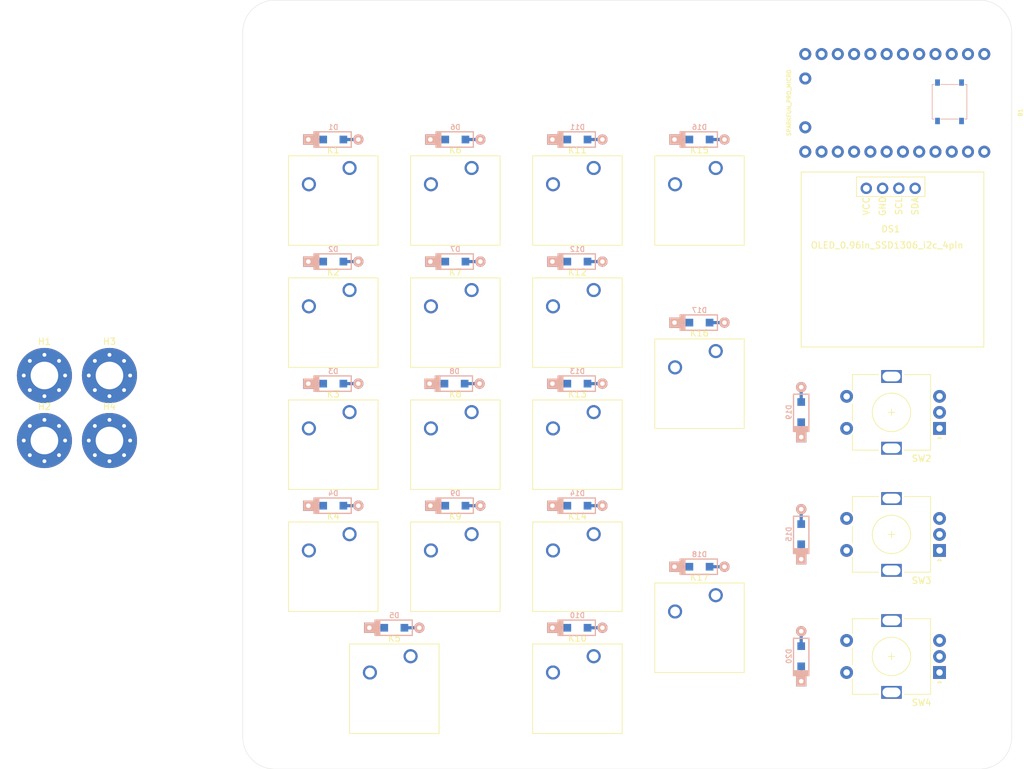
<source format=kicad_pcb>
(kicad_pcb (version 20171130) (host pcbnew "(5.1.4)-1")

  (general
    (thickness 1.6)
    (drawings 8)
    (tracks 0)
    (zones 0)
    (modules 47)
    (nets 40)
  )

  (page A4)
  (layers
    (0 F.Cu signal)
    (31 B.Cu signal)
    (32 B.Adhes user)
    (33 F.Adhes user)
    (34 B.Paste user)
    (35 F.Paste user)
    (36 B.SilkS user)
    (37 F.SilkS user)
    (38 B.Mask user)
    (39 F.Mask user)
    (40 Dwgs.User user)
    (41 Cmts.User user)
    (42 Eco1.User user)
    (43 Eco2.User user)
    (44 Edge.Cuts user)
    (45 Margin user)
    (46 B.CrtYd user)
    (47 F.CrtYd user)
    (48 B.Fab user)
    (49 F.Fab user)
  )

  (setup
    (last_trace_width 0.25)
    (trace_clearance 0.2)
    (zone_clearance 0.508)
    (zone_45_only no)
    (trace_min 0.2)
    (via_size 0.8)
    (via_drill 0.4)
    (via_min_size 0.4)
    (via_min_drill 0.3)
    (uvia_size 0.3)
    (uvia_drill 0.1)
    (uvias_allowed no)
    (uvia_min_size 0.2)
    (uvia_min_drill 0.1)
    (edge_width 0.05)
    (segment_width 0.2)
    (pcb_text_width 0.3)
    (pcb_text_size 1.5 1.5)
    (mod_edge_width 0.12)
    (mod_text_size 1 1)
    (mod_text_width 0.15)
    (pad_size 1.524 1.524)
    (pad_drill 0.762)
    (pad_to_mask_clearance 0.051)
    (aux_axis_origin 0 0)
    (grid_origin 100.171 56.3562)
    (visible_elements 7FFFF7FF)
    (pcbplotparams
      (layerselection 0x010fc_ffffffff)
      (usegerberextensions false)
      (usegerberattributes false)
      (usegerberadvancedattributes false)
      (creategerberjobfile false)
      (excludeedgelayer true)
      (linewidth 0.100000)
      (plotframeref false)
      (viasonmask false)
      (mode 1)
      (useauxorigin false)
      (hpglpennumber 1)
      (hpglpenspeed 20)
      (hpglpendiameter 15.000000)
      (psnegative false)
      (psa4output false)
      (plotreference true)
      (plotvalue true)
      (plotinvisibletext false)
      (padsonsilk false)
      (subtractmaskfromsilk false)
      (outputformat 1)
      (mirror false)
      (drillshape 1)
      (scaleselection 1)
      (outputdirectory ""))
  )

  (net 0 "")
  (net 1 GND)
  (net 2 /row0)
  (net 3 /row1)
  (net 4 /row3)
  (net 5 /row4)
  (net 6 /col3)
  (net 7 /col2)
  (net 8 /col1)
  (net 9 /col0)
  (net 10 VCC)
  (net 11 /SDA)
  (net 12 /SCL)
  (net 13 /RESET_SW)
  (net 14 "Net-(D9-Pad1)")
  (net 15 "Net-(D10-Pad1)")
  (net 16 "Net-(D11-Pad1)")
  (net 17 "Net-(D12-Pad1)")
  (net 18 "Net-(D13-Pad1)")
  (net 19 "Net-(D14-Pad1)")
  (net 20 "Net-(D16-Pad1)")
  (net 21 "Net-(D17-Pad1)")
  (net 22 "Net-(D18-Pad1)")
  (net 23 /encoder_B3)
  (net 24 /encoder_A3)
  (net 25 /encoder_A1)
  (net 26 /encoder_B1)
  (net 27 /encoder_A2)
  (net 28 /encoder_B2)
  (net 29 "Net-(D1-Pad1)")
  (net 30 "Net-(D2-Pad1)")
  (net 31 "Net-(D3-Pad1)")
  (net 32 "Net-(D4-Pad1)")
  (net 33 "Net-(D5-Pad1)")
  (net 34 "Net-(D6-Pad1)")
  (net 35 "Net-(D7-Pad1)")
  (net 36 "Net-(D8-Pad1)")
  (net 37 /encoder_S2B)
  (net 38 /encoder_S1B)
  (net 39 /encoder_S3B)

  (net_class Default "This is the default net class."
    (clearance 0.2)
    (trace_width 0.25)
    (via_dia 0.8)
    (via_drill 0.4)
    (uvia_dia 0.3)
    (uvia_drill 0.1)
    (add_net /RESET_SW)
    (add_net /SCL)
    (add_net /SDA)
    (add_net /col0)
    (add_net /col1)
    (add_net /col2)
    (add_net /col3)
    (add_net /encoder_A1)
    (add_net /encoder_A2)
    (add_net /encoder_A3)
    (add_net /encoder_B1)
    (add_net /encoder_B2)
    (add_net /encoder_B3)
    (add_net /encoder_S1B)
    (add_net /encoder_S2B)
    (add_net /encoder_S3B)
    (add_net /row0)
    (add_net /row1)
    (add_net /row3)
    (add_net /row4)
    (add_net GND)
    (add_net "Net-(B1-Pad1)")
    (add_net "Net-(B1-Pad12)")
    (add_net "Net-(B1-Pad2)")
    (add_net "Net-(B1-Pad24)")
    (add_net "Net-(D1-Pad1)")
    (add_net "Net-(D10-Pad1)")
    (add_net "Net-(D11-Pad1)")
    (add_net "Net-(D12-Pad1)")
    (add_net "Net-(D13-Pad1)")
    (add_net "Net-(D14-Pad1)")
    (add_net "Net-(D16-Pad1)")
    (add_net "Net-(D17-Pad1)")
    (add_net "Net-(D18-Pad1)")
    (add_net "Net-(D2-Pad1)")
    (add_net "Net-(D3-Pad1)")
    (add_net "Net-(D4-Pad1)")
    (add_net "Net-(D5-Pad1)")
    (add_net "Net-(D6-Pad1)")
    (add_net "Net-(D7-Pad1)")
    (add_net "Net-(D8-Pad1)")
    (add_net "Net-(D9-Pad1)")
    (add_net VCC)
  )

  (module MountingHole:MountingHole_4.3mm_M4_Pad_Via (layer F.Cu) (tedit 56DDBFD7) (tstamp 5F3C373D)
    (at 74.761 103.3362)
    (descr "Mounting Hole 4.3mm, M4")
    (tags "mounting hole 4.3mm m4")
    (path /5F3C8525)
    (attr virtual)
    (fp_text reference H4 (at 0 -5.3) (layer F.SilkS)
      (effects (font (size 1 1) (thickness 0.15)))
    )
    (fp_text value MountingHole_Pad (at 0 5.3) (layer F.Fab)
      (effects (font (size 1 1) (thickness 0.15)))
    )
    (fp_circle (center 0 0) (end 4.55 0) (layer F.CrtYd) (width 0.05))
    (fp_circle (center 0 0) (end 4.3 0) (layer Cmts.User) (width 0.15))
    (fp_text user %R (at 0.3 0) (layer F.Fab)
      (effects (font (size 1 1) (thickness 0.15)))
    )
    (pad 1 thru_hole circle (at 2.280419 -2.280419) (size 0.9 0.9) (drill 0.6) (layers *.Cu *.Mask)
      (net 1 GND))
    (pad 1 thru_hole circle (at 0 -3.225) (size 0.9 0.9) (drill 0.6) (layers *.Cu *.Mask)
      (net 1 GND))
    (pad 1 thru_hole circle (at -2.280419 -2.280419) (size 0.9 0.9) (drill 0.6) (layers *.Cu *.Mask)
      (net 1 GND))
    (pad 1 thru_hole circle (at -3.225 0) (size 0.9 0.9) (drill 0.6) (layers *.Cu *.Mask)
      (net 1 GND))
    (pad 1 thru_hole circle (at -2.280419 2.280419) (size 0.9 0.9) (drill 0.6) (layers *.Cu *.Mask)
      (net 1 GND))
    (pad 1 thru_hole circle (at 0 3.225) (size 0.9 0.9) (drill 0.6) (layers *.Cu *.Mask)
      (net 1 GND))
    (pad 1 thru_hole circle (at 2.280419 2.280419) (size 0.9 0.9) (drill 0.6) (layers *.Cu *.Mask)
      (net 1 GND))
    (pad 1 thru_hole circle (at 3.225 0) (size 0.9 0.9) (drill 0.6) (layers *.Cu *.Mask)
      (net 1 GND))
    (pad 1 thru_hole circle (at 0 0) (size 8.6 8.6) (drill 4.3) (layers *.Cu *.Mask)
      (net 1 GND))
  )

  (module MountingHole:MountingHole_4.3mm_M4_Pad_Via (layer F.Cu) (tedit 56DDBFD7) (tstamp 5F3C3710)
    (at 74.761 93.1862)
    (descr "Mounting Hole 4.3mm, M4")
    (tags "mounting hole 4.3mm m4")
    (path /5F3C2FB9)
    (attr virtual)
    (fp_text reference H3 (at 0 -5.3) (layer F.SilkS)
      (effects (font (size 1 1) (thickness 0.15)))
    )
    (fp_text value MountingHole_Pad (at 0 5.3) (layer F.Fab)
      (effects (font (size 1 1) (thickness 0.15)))
    )
    (fp_circle (center 0 0) (end 4.55 0) (layer F.CrtYd) (width 0.05))
    (fp_circle (center 0 0) (end 4.3 0) (layer Cmts.User) (width 0.15))
    (fp_text user %R (at 0.3 0) (layer F.Fab)
      (effects (font (size 1 1) (thickness 0.15)))
    )
    (pad 1 thru_hole circle (at 2.280419 -2.280419) (size 0.9 0.9) (drill 0.6) (layers *.Cu *.Mask)
      (net 1 GND))
    (pad 1 thru_hole circle (at 0 -3.225) (size 0.9 0.9) (drill 0.6) (layers *.Cu *.Mask)
      (net 1 GND))
    (pad 1 thru_hole circle (at -2.280419 -2.280419) (size 0.9 0.9) (drill 0.6) (layers *.Cu *.Mask)
      (net 1 GND))
    (pad 1 thru_hole circle (at -3.225 0) (size 0.9 0.9) (drill 0.6) (layers *.Cu *.Mask)
      (net 1 GND))
    (pad 1 thru_hole circle (at -2.280419 2.280419) (size 0.9 0.9) (drill 0.6) (layers *.Cu *.Mask)
      (net 1 GND))
    (pad 1 thru_hole circle (at 0 3.225) (size 0.9 0.9) (drill 0.6) (layers *.Cu *.Mask)
      (net 1 GND))
    (pad 1 thru_hole circle (at 2.280419 2.280419) (size 0.9 0.9) (drill 0.6) (layers *.Cu *.Mask)
      (net 1 GND))
    (pad 1 thru_hole circle (at 3.225 0) (size 0.9 0.9) (drill 0.6) (layers *.Cu *.Mask)
      (net 1 GND))
    (pad 1 thru_hole circle (at 0 0) (size 8.6 8.6) (drill 4.3) (layers *.Cu *.Mask)
      (net 1 GND))
  )

  (module MountingHole:MountingHole_4.3mm_M4_Pad_Via (layer F.Cu) (tedit 56DDBFD7) (tstamp 5F3C36B6)
    (at 64.611 103.3362)
    (descr "Mounting Hole 4.3mm, M4")
    (tags "mounting hole 4.3mm m4")
    (path /5F3BDF72)
    (attr virtual)
    (fp_text reference H2 (at 0 -5.3) (layer F.SilkS)
      (effects (font (size 1 1) (thickness 0.15)))
    )
    (fp_text value MountingHole_Pad (at 0 5.3) (layer F.Fab)
      (effects (font (size 1 1) (thickness 0.15)))
    )
    (fp_circle (center 0 0) (end 4.55 0) (layer F.CrtYd) (width 0.05))
    (fp_circle (center 0 0) (end 4.3 0) (layer Cmts.User) (width 0.15))
    (fp_text user %R (at 0.3 0) (layer F.Fab)
      (effects (font (size 1 1) (thickness 0.15)))
    )
    (pad 1 thru_hole circle (at 2.280419 -2.280419) (size 0.9 0.9) (drill 0.6) (layers *.Cu *.Mask)
      (net 1 GND))
    (pad 1 thru_hole circle (at 0 -3.225) (size 0.9 0.9) (drill 0.6) (layers *.Cu *.Mask)
      (net 1 GND))
    (pad 1 thru_hole circle (at -2.280419 -2.280419) (size 0.9 0.9) (drill 0.6) (layers *.Cu *.Mask)
      (net 1 GND))
    (pad 1 thru_hole circle (at -3.225 0) (size 0.9 0.9) (drill 0.6) (layers *.Cu *.Mask)
      (net 1 GND))
    (pad 1 thru_hole circle (at -2.280419 2.280419) (size 0.9 0.9) (drill 0.6) (layers *.Cu *.Mask)
      (net 1 GND))
    (pad 1 thru_hole circle (at 0 3.225) (size 0.9 0.9) (drill 0.6) (layers *.Cu *.Mask)
      (net 1 GND))
    (pad 1 thru_hole circle (at 2.280419 2.280419) (size 0.9 0.9) (drill 0.6) (layers *.Cu *.Mask)
      (net 1 GND))
    (pad 1 thru_hole circle (at 3.225 0) (size 0.9 0.9) (drill 0.6) (layers *.Cu *.Mask)
      (net 1 GND))
    (pad 1 thru_hole circle (at 0 0) (size 8.6 8.6) (drill 4.3) (layers *.Cu *.Mask)
      (net 1 GND))
  )

  (module MountingHole:MountingHole_4.3mm_M4_Pad_Via (layer F.Cu) (tedit 56DDBFD7) (tstamp 5F3C36E3)
    (at 64.611 93.1862)
    (descr "Mounting Hole 4.3mm, M4")
    (tags "mounting hole 4.3mm m4")
    (path /5F3B7935)
    (attr virtual)
    (fp_text reference H1 (at 0 -5.3) (layer F.SilkS)
      (effects (font (size 1 1) (thickness 0.15)))
    )
    (fp_text value MountingHole_Pad (at 0 5.3) (layer F.Fab)
      (effects (font (size 1 1) (thickness 0.15)))
    )
    (fp_circle (center 0 0) (end 4.55 0) (layer F.CrtYd) (width 0.05))
    (fp_circle (center 0 0) (end 4.3 0) (layer Cmts.User) (width 0.15))
    (fp_text user %R (at 0.3 0) (layer F.Fab)
      (effects (font (size 1 1) (thickness 0.15)))
    )
    (pad 1 thru_hole circle (at 2.280419 -2.280419) (size 0.9 0.9) (drill 0.6) (layers *.Cu *.Mask)
      (net 1 GND))
    (pad 1 thru_hole circle (at 0 -3.225) (size 0.9 0.9) (drill 0.6) (layers *.Cu *.Mask)
      (net 1 GND))
    (pad 1 thru_hole circle (at -2.280419 -2.280419) (size 0.9 0.9) (drill 0.6) (layers *.Cu *.Mask)
      (net 1 GND))
    (pad 1 thru_hole circle (at -3.225 0) (size 0.9 0.9) (drill 0.6) (layers *.Cu *.Mask)
      (net 1 GND))
    (pad 1 thru_hole circle (at -2.280419 2.280419) (size 0.9 0.9) (drill 0.6) (layers *.Cu *.Mask)
      (net 1 GND))
    (pad 1 thru_hole circle (at 0 3.225) (size 0.9 0.9) (drill 0.6) (layers *.Cu *.Mask)
      (net 1 GND))
    (pad 1 thru_hole circle (at 2.280419 2.280419) (size 0.9 0.9) (drill 0.6) (layers *.Cu *.Mask)
      (net 1 GND))
    (pad 1 thru_hole circle (at 3.225 0) (size 0.9 0.9) (drill 0.6) (layers *.Cu *.Mask)
      (net 1 GND))
    (pad 1 thru_hole circle (at 0 0) (size 8.6 8.6) (drill 4.3) (layers *.Cu *.Mask)
      (net 1 GND))
  )

  (module SparkFun:SPARKFUN_PRO_MICRO locked (layer F.Cu) (tedit 5F2F7742) (tstamp 5F3ADEAF)
    (at 198.596 50.6412 270)
    (descr "SPARKFUN PRO MICO FOOTPRINT (WITH USB CONNECTOR)")
    (tags "SPARKFUN PRO MICO FOOTPRINT (WITH USB CONNECTOR)")
    (path /5F334F4C)
    (attr virtual)
    (fp_text reference B1 (at 1.524 -18.3388 90) (layer F.SilkS)
      (effects (font (size 0.6096 0.6096) (thickness 0.127)))
    )
    (fp_text value SPARKFUN_PRO_MICRO (at 0 17.78 90) (layer F.SilkS)
      (effects (font (size 0.6096 0.6096) (thickness 0.127)))
    )
    (fp_text user USB (at -0.0508 -16.9164 90) (layer Dwgs.User)
      (effects (font (size 0.8128 0.8128) (thickness 0.1524)))
    )
    (fp_line (start 3.81 -17.78) (end 3.81 -16.51) (layer Dwgs.User) (width 0.127))
    (fp_line (start -3.81 -17.78) (end 3.81 -17.78) (layer Dwgs.User) (width 0.127))
    (fp_line (start -3.81 -16.51) (end -3.81 -17.78) (layer Dwgs.User) (width 0.127))
    (fp_line (start 8.89 -16.51) (end -8.89 -16.51) (layer Dwgs.User) (width 0.127))
    (fp_line (start 8.89 16.51) (end 8.89 -16.51) (layer Dwgs.User) (width 0.127))
    (fp_line (start -8.89 16.51) (end 8.89 16.51) (layer Dwgs.User) (width 0.127))
    (fp_line (start -8.89 -16.51) (end -8.89 16.51) (layer Dwgs.User) (width 0.127))
    (pad 26 thru_hole circle (at 3.81 15.24 270) (size 1.8796 1.8796) (drill 1.016) (layers *.Cu *.Paste *.Mask)
      (net 23 /encoder_B3))
    (pad 25 thru_hole circle (at -3.81 15.24 270) (size 1.8796 1.8796) (drill 1.016) (layers *.Cu *.Paste *.Mask)
      (net 24 /encoder_A3))
    (pad 24 thru_hole circle (at 7.62 -12.7 270) (size 1.8796 1.8796) (drill 1.016) (layers *.Cu *.Paste *.Mask))
    (pad 23 thru_hole circle (at 7.62 -10.16 270) (size 1.8796 1.8796) (drill 1.016) (layers *.Cu *.Paste *.Mask)
      (net 1 GND))
    (pad 22 thru_hole circle (at 7.62 -7.62 270) (size 1.8796 1.8796) (drill 1.016) (layers *.Cu *.Paste *.Mask)
      (net 13 /RESET_SW))
    (pad 21 thru_hole circle (at 7.62 -5.08 270) (size 1.8796 1.8796) (drill 1.016) (layers *.Cu *.Paste *.Mask)
      (net 10 VCC))
    (pad 20 thru_hole circle (at 7.62 -2.54 270) (size 1.8796 1.8796) (drill 1.016) (layers *.Cu *.Paste *.Mask)
      (net 25 /encoder_A1))
    (pad 19 thru_hole circle (at 7.62 0 270) (size 1.8796 1.8796) (drill 1.016) (layers *.Cu *.Paste *.Mask)
      (net 26 /encoder_B1))
    (pad 18 thru_hole circle (at 7.62 2.54 270) (size 1.8796 1.8796) (drill 1.016) (layers *.Cu *.Paste *.Mask)
      (net 27 /encoder_A2))
    (pad 17 thru_hole circle (at 7.62 5.08 270) (size 1.8796 1.8796) (drill 1.016) (layers *.Cu *.Paste *.Mask)
      (net 28 /encoder_B2))
    (pad 16 thru_hole circle (at 7.62 7.62 270) (size 1.8796 1.8796) (drill 1.016) (layers *.Cu *.Paste *.Mask)
      (net 9 /col0))
    (pad 15 thru_hole circle (at 7.62 10.16 270) (size 1.8796 1.8796) (drill 1.016) (layers *.Cu *.Paste *.Mask)
      (net 8 /col1))
    (pad 14 thru_hole circle (at 7.62 12.7 270) (size 1.8796 1.8796) (drill 1.016) (layers *.Cu *.Paste *.Mask)
      (net 7 /col2))
    (pad 13 thru_hole circle (at 7.62 15.24 270) (size 1.8796 1.8796) (drill 1.016) (layers *.Cu *.Paste *.Mask)
      (net 6 /col3))
    (pad 12 thru_hole circle (at -7.62 15.24 270) (size 1.8796 1.8796) (drill 1.016) (layers *.Cu *.Paste *.Mask))
    (pad 11 thru_hole circle (at -7.62 12.7 270) (size 1.8796 1.8796) (drill 1.016) (layers *.Cu *.Paste *.Mask)
      (net 5 /row4))
    (pad 10 thru_hole circle (at -7.62 10.16 270) (size 1.8796 1.8796) (drill 1.016) (layers *.Cu *.Paste *.Mask)
      (net 4 /row3))
    (pad 9 thru_hole circle (at -7.62 7.62 270) (size 1.8796 1.8796) (drill 1.016) (layers *.Cu *.Paste *.Mask)
      (net 7 /col2))
    (pad 8 thru_hole circle (at -7.62 5.08 270) (size 1.8796 1.8796) (drill 1.016) (layers *.Cu *.Paste *.Mask)
      (net 3 /row1))
    (pad 7 thru_hole circle (at -7.62 2.54 270) (size 1.8796 1.8796) (drill 1.016) (layers *.Cu *.Paste *.Mask)
      (net 2 /row0))
    (pad 6 thru_hole circle (at -7.62 0 270) (size 1.8796 1.8796) (drill 1.016) (layers *.Cu *.Paste *.Mask)
      (net 12 /SCL))
    (pad 5 thru_hole circle (at -7.62 -2.54 270) (size 1.8796 1.8796) (drill 1.016) (layers *.Cu *.Paste *.Mask)
      (net 11 /SDA))
    (pad 4 thru_hole circle (at -7.62 -5.08 270) (size 1.8796 1.8796) (drill 1.016) (layers *.Cu *.Paste *.Mask)
      (net 1 GND))
    (pad 3 thru_hole circle (at -7.62 -7.62 270) (size 1.8796 1.8796) (drill 1.016) (layers *.Cu *.Paste *.Mask)
      (net 1 GND))
    (pad 2 thru_hole circle (at -7.62 -10.16 270) (size 1.8796 1.8796) (drill 1.016) (layers *.Cu *.Paste *.Mask))
    (pad 1 thru_hole circle (at -7.62 -12.7 270) (size 1.8796 1.8796) (drill 1.016) (layers *.Cu *.Paste *.Mask))
  )

  (module keyboard_parts:OLED_0.96in_SSD1306_i2c_4pin locked (layer F.Cu) (tedit 5F3A18A2) (tstamp 5F3BEA8B)
    (at 192.881 63.9762)
    (path /5F3C84E9)
    (fp_text reference DS1 (at 3.81 6.35) (layer F.SilkS)
      (effects (font (size 1 1) (thickness 0.15)))
    )
    (fp_text value OLED_0.96in_SSD1306_i2c_4pin (at 3.24 8.89) (layer F.SilkS)
      (effects (font (size 1 1) (thickness 0.15)))
    )
    (fp_line (start -10.16 -2.54) (end 18.34 -2.54) (layer F.SilkS) (width 0.12))
    (fp_line (start 18.34 -2.54) (end 18.34 24.76) (layer F.SilkS) (width 0.12))
    (fp_line (start 18.34 24.76) (end -10.16 24.76) (layer F.SilkS) (width 0.12))
    (fp_line (start -10.16 24.76) (end -10.16 -2.54) (layer F.SilkS) (width 0.12))
    (fp_text user VCC (at 0 2.794 90) (layer F.SilkS)
      (effects (font (size 1 1) (thickness 0.15)))
    )
    (fp_text user GND (at 2.54 2.794 270) (layer F.SilkS)
      (effects (font (size 1 1) (thickness 0.15)))
    )
    (fp_text user SCL (at 5.08 2.794 270) (layer F.SilkS)
      (effects (font (size 1 1) (thickness 0.15)))
    )
    (fp_text user SDA (at 7.62 2.794 270) (layer F.SilkS)
      (effects (font (size 1 1) (thickness 0.15)))
    )
    (fp_line (start 0 -1.778) (end -1.524 -1.778) (layer F.SilkS) (width 0.12))
    (fp_line (start -1.524 -1.778) (end -1.524 1.27) (layer F.SilkS) (width 0.12))
    (fp_line (start -1.524 1.27) (end 9.144 1.27) (layer F.SilkS) (width 0.12))
    (fp_line (start 9.144 1.27) (end 9.144 -1.778) (layer F.SilkS) (width 0.12))
    (fp_line (start 9.144 -1.778) (end 0 -1.778) (layer F.SilkS) (width 0.12))
    (pad 1 thru_hole circle (at 0 0) (size 1.778 1.778) (drill 1.05) (layers *.Cu *.Mask)
      (net 10 VCC))
    (pad 2 thru_hole circle (at 2.54 0) (size 1.778 1.778) (drill 1.05) (layers *.Cu *.Mask)
      (net 1 GND))
    (pad 3 thru_hole circle (at 5.08 0) (size 1.778 1.778) (drill 1.05) (layers *.Cu *.Mask)
      (net 12 /SCL))
    (pad 4 thru_hole circle (at 7.62 0) (size 1.778 1.778) (drill 1.05) (layers *.Cu *.Mask)
      (net 11 /SDA))
  )

  (module Button_Switch_Keyboard:SW_Cherry_MX_1.00u_PCB locked (layer F.Cu) (tedit 5A02FE24) (tstamp 5F3A9C73)
    (at 112.236 60.8012)
    (descr "Cherry MX keyswitch, 1.00u, PCB mount, http://cherryamericas.com/wp-content/uploads/2014/12/mx_cat.pdf")
    (tags "Cherry MX keyswitch 1.00u PCB")
    (path /5F1B9756)
    (fp_text reference K1 (at -2.54 -2.794) (layer F.SilkS)
      (effects (font (size 1 1) (thickness 0.15)))
    )
    (fp_text value KEYSW (at -2.54 12.954) (layer F.Fab)
      (effects (font (size 1 1) (thickness 0.15)))
    )
    (fp_line (start -9.525 12.065) (end -9.525 -1.905) (layer F.SilkS) (width 0.12))
    (fp_line (start 4.445 12.065) (end -9.525 12.065) (layer F.SilkS) (width 0.12))
    (fp_line (start 4.445 -1.905) (end 4.445 12.065) (layer F.SilkS) (width 0.12))
    (fp_line (start -9.525 -1.905) (end 4.445 -1.905) (layer F.SilkS) (width 0.12))
    (fp_line (start -12.065 14.605) (end -12.065 -4.445) (layer Dwgs.User) (width 0.15))
    (fp_line (start 6.985 14.605) (end -12.065 14.605) (layer Dwgs.User) (width 0.15))
    (fp_line (start 6.985 -4.445) (end 6.985 14.605) (layer Dwgs.User) (width 0.15))
    (fp_line (start -12.065 -4.445) (end 6.985 -4.445) (layer Dwgs.User) (width 0.15))
    (fp_line (start -9.14 -1.52) (end 4.06 -1.52) (layer F.CrtYd) (width 0.05))
    (fp_line (start 4.06 -1.52) (end 4.06 11.68) (layer F.CrtYd) (width 0.05))
    (fp_line (start 4.06 11.68) (end -9.14 11.68) (layer F.CrtYd) (width 0.05))
    (fp_line (start -9.14 11.68) (end -9.14 -1.52) (layer F.CrtYd) (width 0.05))
    (fp_line (start -8.89 11.43) (end -8.89 -1.27) (layer F.Fab) (width 0.1))
    (fp_line (start 3.81 11.43) (end -8.89 11.43) (layer F.Fab) (width 0.1))
    (fp_line (start 3.81 -1.27) (end 3.81 11.43) (layer F.Fab) (width 0.1))
    (fp_line (start -8.89 -1.27) (end 3.81 -1.27) (layer F.Fab) (width 0.1))
    (fp_text user %R (at -2.54 -2.794) (layer F.Fab)
      (effects (font (size 1 1) (thickness 0.15)))
    )
    (pad "" np_thru_hole circle (at 2.54 5.08) (size 1.7 1.7) (drill 1.7) (layers *.Cu *.Mask))
    (pad "" np_thru_hole circle (at -7.62 5.08) (size 1.7 1.7) (drill 1.7) (layers *.Cu *.Mask))
    (pad "" np_thru_hole circle (at -2.54 5.08) (size 4 4) (drill 4) (layers *.Cu *.Mask))
    (pad 2 thru_hole circle (at -6.35 2.54) (size 2.2 2.2) (drill 1.5) (layers *.Cu *.Mask)
      (net 29 "Net-(D1-Pad1)"))
    (pad 1 thru_hole circle (at 0 0) (size 2.2 2.2) (drill 1.5) (layers *.Cu *.Mask)
      (net 9 /col0))
    (model ${KISYS3DMOD}/Button_Switch_Keyboard.3dshapes/SW_Cherry_MX_1.00u_PCB.wrl
      (at (xyz 0 0 0))
      (scale (xyz 1 1 1))
      (rotate (xyz 0 0 0))
    )
  )

  (module Button_Switch_Keyboard:SW_Cherry_MX_1.00u_PCB locked (layer F.Cu) (tedit 5A02FE24) (tstamp 5F3A47DA)
    (at 112.236 79.8512)
    (descr "Cherry MX keyswitch, 1.00u, PCB mount, http://cherryamericas.com/wp-content/uploads/2014/12/mx_cat.pdf")
    (tags "Cherry MX keyswitch 1.00u PCB")
    (path /5F1BE12C)
    (fp_text reference K2 (at -2.54 -2.794) (layer F.SilkS)
      (effects (font (size 1 1) (thickness 0.15)))
    )
    (fp_text value KEYSW (at -2.54 12.954) (layer F.Fab)
      (effects (font (size 1 1) (thickness 0.15)))
    )
    (fp_text user %R (at -2.54 -2.794) (layer F.Fab)
      (effects (font (size 1 1) (thickness 0.15)))
    )
    (fp_line (start -8.89 -1.27) (end 3.81 -1.27) (layer F.Fab) (width 0.1))
    (fp_line (start 3.81 -1.27) (end 3.81 11.43) (layer F.Fab) (width 0.1))
    (fp_line (start 3.81 11.43) (end -8.89 11.43) (layer F.Fab) (width 0.1))
    (fp_line (start -8.89 11.43) (end -8.89 -1.27) (layer F.Fab) (width 0.1))
    (fp_line (start -9.14 11.68) (end -9.14 -1.52) (layer F.CrtYd) (width 0.05))
    (fp_line (start 4.06 11.68) (end -9.14 11.68) (layer F.CrtYd) (width 0.05))
    (fp_line (start 4.06 -1.52) (end 4.06 11.68) (layer F.CrtYd) (width 0.05))
    (fp_line (start -9.14 -1.52) (end 4.06 -1.52) (layer F.CrtYd) (width 0.05))
    (fp_line (start -12.065 -4.445) (end 6.985 -4.445) (layer Dwgs.User) (width 0.15))
    (fp_line (start 6.985 -4.445) (end 6.985 14.605) (layer Dwgs.User) (width 0.15))
    (fp_line (start 6.985 14.605) (end -12.065 14.605) (layer Dwgs.User) (width 0.15))
    (fp_line (start -12.065 14.605) (end -12.065 -4.445) (layer Dwgs.User) (width 0.15))
    (fp_line (start -9.525 -1.905) (end 4.445 -1.905) (layer F.SilkS) (width 0.12))
    (fp_line (start 4.445 -1.905) (end 4.445 12.065) (layer F.SilkS) (width 0.12))
    (fp_line (start 4.445 12.065) (end -9.525 12.065) (layer F.SilkS) (width 0.12))
    (fp_line (start -9.525 12.065) (end -9.525 -1.905) (layer F.SilkS) (width 0.12))
    (pad 1 thru_hole circle (at 0 0) (size 2.2 2.2) (drill 1.5) (layers *.Cu *.Mask)
      (net 9 /col0))
    (pad 2 thru_hole circle (at -6.35 2.54) (size 2.2 2.2) (drill 1.5) (layers *.Cu *.Mask)
      (net 30 "Net-(D2-Pad1)"))
    (pad "" np_thru_hole circle (at -2.54 5.08) (size 4 4) (drill 4) (layers *.Cu *.Mask))
    (pad "" np_thru_hole circle (at -7.62 5.08) (size 1.7 1.7) (drill 1.7) (layers *.Cu *.Mask))
    (pad "" np_thru_hole circle (at 2.54 5.08) (size 1.7 1.7) (drill 1.7) (layers *.Cu *.Mask))
    (model ${KISYS3DMOD}/Button_Switch_Keyboard.3dshapes/SW_Cherry_MX_1.00u_PCB.wrl
      (at (xyz 0 0 0))
      (scale (xyz 1 1 1))
      (rotate (xyz 0 0 0))
    )
  )

  (module Button_Switch_Keyboard:SW_Cherry_MX_1.00u_PCB locked (layer F.Cu) (tedit 5A02FE24) (tstamp 5F3A47F4)
    (at 112.236 98.9012)
    (descr "Cherry MX keyswitch, 1.00u, PCB mount, http://cherryamericas.com/wp-content/uploads/2014/12/mx_cat.pdf")
    (tags "Cherry MX keyswitch 1.00u PCB")
    (path /5F1C7125)
    (fp_text reference K3 (at -2.54 -2.794) (layer F.SilkS)
      (effects (font (size 1 1) (thickness 0.15)))
    )
    (fp_text value KEYSW (at -2.54 12.954) (layer F.Fab)
      (effects (font (size 1 1) (thickness 0.15)))
    )
    (fp_line (start -9.525 12.065) (end -9.525 -1.905) (layer F.SilkS) (width 0.12))
    (fp_line (start 4.445 12.065) (end -9.525 12.065) (layer F.SilkS) (width 0.12))
    (fp_line (start 4.445 -1.905) (end 4.445 12.065) (layer F.SilkS) (width 0.12))
    (fp_line (start -9.525 -1.905) (end 4.445 -1.905) (layer F.SilkS) (width 0.12))
    (fp_line (start -12.065 14.605) (end -12.065 -4.445) (layer Dwgs.User) (width 0.15))
    (fp_line (start 6.985 14.605) (end -12.065 14.605) (layer Dwgs.User) (width 0.15))
    (fp_line (start 6.985 -4.445) (end 6.985 14.605) (layer Dwgs.User) (width 0.15))
    (fp_line (start -12.065 -4.445) (end 6.985 -4.445) (layer Dwgs.User) (width 0.15))
    (fp_line (start -9.14 -1.52) (end 4.06 -1.52) (layer F.CrtYd) (width 0.05))
    (fp_line (start 4.06 -1.52) (end 4.06 11.68) (layer F.CrtYd) (width 0.05))
    (fp_line (start 4.06 11.68) (end -9.14 11.68) (layer F.CrtYd) (width 0.05))
    (fp_line (start -9.14 11.68) (end -9.14 -1.52) (layer F.CrtYd) (width 0.05))
    (fp_line (start -8.89 11.43) (end -8.89 -1.27) (layer F.Fab) (width 0.1))
    (fp_line (start 3.81 11.43) (end -8.89 11.43) (layer F.Fab) (width 0.1))
    (fp_line (start 3.81 -1.27) (end 3.81 11.43) (layer F.Fab) (width 0.1))
    (fp_line (start -8.89 -1.27) (end 3.81 -1.27) (layer F.Fab) (width 0.1))
    (fp_text user %R (at -2.54 -2.794) (layer F.Fab)
      (effects (font (size 1 1) (thickness 0.15)))
    )
    (pad "" np_thru_hole circle (at 2.54 5.08) (size 1.7 1.7) (drill 1.7) (layers *.Cu *.Mask))
    (pad "" np_thru_hole circle (at -7.62 5.08) (size 1.7 1.7) (drill 1.7) (layers *.Cu *.Mask))
    (pad "" np_thru_hole circle (at -2.54 5.08) (size 4 4) (drill 4) (layers *.Cu *.Mask))
    (pad 2 thru_hole circle (at -6.35 2.54) (size 2.2 2.2) (drill 1.5) (layers *.Cu *.Mask)
      (net 31 "Net-(D3-Pad1)"))
    (pad 1 thru_hole circle (at 0 0) (size 2.2 2.2) (drill 1.5) (layers *.Cu *.Mask)
      (net 9 /col0))
    (model ${KISYS3DMOD}/Button_Switch_Keyboard.3dshapes/SW_Cherry_MX_1.00u_PCB.wrl
      (at (xyz 0 0 0))
      (scale (xyz 1 1 1))
      (rotate (xyz 0 0 0))
    )
  )

  (module Button_Switch_Keyboard:SW_Cherry_MX_1.00u_PCB locked (layer F.Cu) (tedit 5A02FE24) (tstamp 5F3A480E)
    (at 112.236 117.951)
    (descr "Cherry MX keyswitch, 1.00u, PCB mount, http://cherryamericas.com/wp-content/uploads/2014/12/mx_cat.pdf")
    (tags "Cherry MX keyswitch 1.00u PCB")
    (path /5F1C7133)
    (fp_text reference K4 (at -2.54 -2.794) (layer F.SilkS)
      (effects (font (size 1 1) (thickness 0.15)))
    )
    (fp_text value KEYSW (at -2.54 12.954) (layer F.Fab)
      (effects (font (size 1 1) (thickness 0.15)))
    )
    (fp_text user %R (at -2.54 -2.794) (layer F.Fab)
      (effects (font (size 1 1) (thickness 0.15)))
    )
    (fp_line (start -8.89 -1.27) (end 3.81 -1.27) (layer F.Fab) (width 0.1))
    (fp_line (start 3.81 -1.27) (end 3.81 11.43) (layer F.Fab) (width 0.1))
    (fp_line (start 3.81 11.43) (end -8.89 11.43) (layer F.Fab) (width 0.1))
    (fp_line (start -8.89 11.43) (end -8.89 -1.27) (layer F.Fab) (width 0.1))
    (fp_line (start -9.14 11.68) (end -9.14 -1.52) (layer F.CrtYd) (width 0.05))
    (fp_line (start 4.06 11.68) (end -9.14 11.68) (layer F.CrtYd) (width 0.05))
    (fp_line (start 4.06 -1.52) (end 4.06 11.68) (layer F.CrtYd) (width 0.05))
    (fp_line (start -9.14 -1.52) (end 4.06 -1.52) (layer F.CrtYd) (width 0.05))
    (fp_line (start -12.065 -4.445) (end 6.985 -4.445) (layer Dwgs.User) (width 0.15))
    (fp_line (start 6.985 -4.445) (end 6.985 14.605) (layer Dwgs.User) (width 0.15))
    (fp_line (start 6.985 14.605) (end -12.065 14.605) (layer Dwgs.User) (width 0.15))
    (fp_line (start -12.065 14.605) (end -12.065 -4.445) (layer Dwgs.User) (width 0.15))
    (fp_line (start -9.525 -1.905) (end 4.445 -1.905) (layer F.SilkS) (width 0.12))
    (fp_line (start 4.445 -1.905) (end 4.445 12.065) (layer F.SilkS) (width 0.12))
    (fp_line (start 4.445 12.065) (end -9.525 12.065) (layer F.SilkS) (width 0.12))
    (fp_line (start -9.525 12.065) (end -9.525 -1.905) (layer F.SilkS) (width 0.12))
    (pad 1 thru_hole circle (at 0 0) (size 2.2 2.2) (drill 1.5) (layers *.Cu *.Mask)
      (net 9 /col0))
    (pad 2 thru_hole circle (at -6.35 2.54) (size 2.2 2.2) (drill 1.5) (layers *.Cu *.Mask)
      (net 32 "Net-(D4-Pad1)"))
    (pad "" np_thru_hole circle (at -2.54 5.08) (size 4 4) (drill 4) (layers *.Cu *.Mask))
    (pad "" np_thru_hole circle (at -7.62 5.08) (size 1.7 1.7) (drill 1.7) (layers *.Cu *.Mask))
    (pad "" np_thru_hole circle (at 2.54 5.08) (size 1.7 1.7) (drill 1.7) (layers *.Cu *.Mask))
    (model ${KISYS3DMOD}/Button_Switch_Keyboard.3dshapes/SW_Cherry_MX_1.00u_PCB.wrl
      (at (xyz 0 0 0))
      (scale (xyz 1 1 1))
      (rotate (xyz 0 0 0))
    )
  )

  (module Button_Switch_Keyboard:SW_Cherry_MX_1.00u_PCB locked (layer F.Cu) (tedit 5A02FE24) (tstamp 5F3A4828)
    (at 121.761 137.001)
    (descr "Cherry MX keyswitch, 1.00u, PCB mount, http://cherryamericas.com/wp-content/uploads/2014/12/mx_cat.pdf")
    (tags "Cherry MX keyswitch 1.00u PCB")
    (path /5F1CD4BE)
    (fp_text reference K5 (at -2.54 -2.794) (layer F.SilkS)
      (effects (font (size 1 1) (thickness 0.15)))
    )
    (fp_text value KEYSW (at -2.54 12.954) (layer F.Fab)
      (effects (font (size 1 1) (thickness 0.15)))
    )
    (fp_line (start -9.525 12.065) (end -9.525 -1.905) (layer F.SilkS) (width 0.12))
    (fp_line (start 4.445 12.065) (end -9.525 12.065) (layer F.SilkS) (width 0.12))
    (fp_line (start 4.445 -1.905) (end 4.445 12.065) (layer F.SilkS) (width 0.12))
    (fp_line (start -9.525 -1.905) (end 4.445 -1.905) (layer F.SilkS) (width 0.12))
    (fp_line (start -12.065 14.605) (end -12.065 -4.445) (layer Dwgs.User) (width 0.15))
    (fp_line (start 6.985 14.605) (end -12.065 14.605) (layer Dwgs.User) (width 0.15))
    (fp_line (start 6.985 -4.445) (end 6.985 14.605) (layer Dwgs.User) (width 0.15))
    (fp_line (start -12.065 -4.445) (end 6.985 -4.445) (layer Dwgs.User) (width 0.15))
    (fp_line (start -9.14 -1.52) (end 4.06 -1.52) (layer F.CrtYd) (width 0.05))
    (fp_line (start 4.06 -1.52) (end 4.06 11.68) (layer F.CrtYd) (width 0.05))
    (fp_line (start 4.06 11.68) (end -9.14 11.68) (layer F.CrtYd) (width 0.05))
    (fp_line (start -9.14 11.68) (end -9.14 -1.52) (layer F.CrtYd) (width 0.05))
    (fp_line (start -8.89 11.43) (end -8.89 -1.27) (layer F.Fab) (width 0.1))
    (fp_line (start 3.81 11.43) (end -8.89 11.43) (layer F.Fab) (width 0.1))
    (fp_line (start 3.81 -1.27) (end 3.81 11.43) (layer F.Fab) (width 0.1))
    (fp_line (start -8.89 -1.27) (end 3.81 -1.27) (layer F.Fab) (width 0.1))
    (fp_text user %R (at -2.54 -2.794) (layer F.Fab)
      (effects (font (size 1 1) (thickness 0.15)))
    )
    (pad "" np_thru_hole circle (at 2.54 5.08) (size 1.7 1.7) (drill 1.7) (layers *.Cu *.Mask))
    (pad "" np_thru_hole circle (at -7.62 5.08) (size 1.7 1.7) (drill 1.7) (layers *.Cu *.Mask))
    (pad "" np_thru_hole circle (at -2.54 5.08) (size 4 4) (drill 4) (layers *.Cu *.Mask))
    (pad 2 thru_hole circle (at -6.35 2.54) (size 2.2 2.2) (drill 1.5) (layers *.Cu *.Mask)
      (net 33 "Net-(D5-Pad1)"))
    (pad 1 thru_hole circle (at 0 0) (size 2.2 2.2) (drill 1.5) (layers *.Cu *.Mask)
      (net 9 /col0))
    (model ${KISYS3DMOD}/Button_Switch_Keyboard.3dshapes/SW_Cherry_MX_1.00u_PCB.wrl
      (at (xyz 0 0 0))
      (scale (xyz 1 1 1))
      (rotate (xyz 0 0 0))
    )
  )

  (module Button_Switch_Keyboard:SW_Cherry_MX_1.00u_PCB locked (layer F.Cu) (tedit 5A02FE24) (tstamp 5F3A4842)
    (at 131.286 60.8012)
    (descr "Cherry MX keyswitch, 1.00u, PCB mount, http://cherryamericas.com/wp-content/uploads/2014/12/mx_cat.pdf")
    (tags "Cherry MX keyswitch 1.00u PCB")
    (path /5F1D5D26)
    (fp_text reference K6 (at -2.54 -2.794) (layer F.SilkS)
      (effects (font (size 1 1) (thickness 0.15)))
    )
    (fp_text value KEYSW (at -2.54 12.954) (layer F.Fab)
      (effects (font (size 1 1) (thickness 0.15)))
    )
    (fp_text user %R (at -2.54 -2.794) (layer F.Fab)
      (effects (font (size 1 1) (thickness 0.15)))
    )
    (fp_line (start -8.89 -1.27) (end 3.81 -1.27) (layer F.Fab) (width 0.1))
    (fp_line (start 3.81 -1.27) (end 3.81 11.43) (layer F.Fab) (width 0.1))
    (fp_line (start 3.81 11.43) (end -8.89 11.43) (layer F.Fab) (width 0.1))
    (fp_line (start -8.89 11.43) (end -8.89 -1.27) (layer F.Fab) (width 0.1))
    (fp_line (start -9.14 11.68) (end -9.14 -1.52) (layer F.CrtYd) (width 0.05))
    (fp_line (start 4.06 11.68) (end -9.14 11.68) (layer F.CrtYd) (width 0.05))
    (fp_line (start 4.06 -1.52) (end 4.06 11.68) (layer F.CrtYd) (width 0.05))
    (fp_line (start -9.14 -1.52) (end 4.06 -1.52) (layer F.CrtYd) (width 0.05))
    (fp_line (start -12.065 -4.445) (end 6.985 -4.445) (layer Dwgs.User) (width 0.15))
    (fp_line (start 6.985 -4.445) (end 6.985 14.605) (layer Dwgs.User) (width 0.15))
    (fp_line (start 6.985 14.605) (end -12.065 14.605) (layer Dwgs.User) (width 0.15))
    (fp_line (start -12.065 14.605) (end -12.065 -4.445) (layer Dwgs.User) (width 0.15))
    (fp_line (start -9.525 -1.905) (end 4.445 -1.905) (layer F.SilkS) (width 0.12))
    (fp_line (start 4.445 -1.905) (end 4.445 12.065) (layer F.SilkS) (width 0.12))
    (fp_line (start 4.445 12.065) (end -9.525 12.065) (layer F.SilkS) (width 0.12))
    (fp_line (start -9.525 12.065) (end -9.525 -1.905) (layer F.SilkS) (width 0.12))
    (pad 1 thru_hole circle (at 0 0) (size 2.2 2.2) (drill 1.5) (layers *.Cu *.Mask)
      (net 8 /col1))
    (pad 2 thru_hole circle (at -6.35 2.54) (size 2.2 2.2) (drill 1.5) (layers *.Cu *.Mask)
      (net 34 "Net-(D6-Pad1)"))
    (pad "" np_thru_hole circle (at -2.54 5.08) (size 4 4) (drill 4) (layers *.Cu *.Mask))
    (pad "" np_thru_hole circle (at -7.62 5.08) (size 1.7 1.7) (drill 1.7) (layers *.Cu *.Mask))
    (pad "" np_thru_hole circle (at 2.54 5.08) (size 1.7 1.7) (drill 1.7) (layers *.Cu *.Mask))
    (model ${KISYS3DMOD}/Button_Switch_Keyboard.3dshapes/SW_Cherry_MX_1.00u_PCB.wrl
      (at (xyz 0 0 0))
      (scale (xyz 1 1 1))
      (rotate (xyz 0 0 0))
    )
  )

  (module Button_Switch_Keyboard:SW_Cherry_MX_1.00u_PCB locked (layer F.Cu) (tedit 5A02FE24) (tstamp 5F3A485C)
    (at 131.286 79.8512)
    (descr "Cherry MX keyswitch, 1.00u, PCB mount, http://cherryamericas.com/wp-content/uploads/2014/12/mx_cat.pdf")
    (tags "Cherry MX keyswitch 1.00u PCB")
    (path /5F1D5D34)
    (fp_text reference K7 (at -2.54 -2.794) (layer F.SilkS)
      (effects (font (size 1 1) (thickness 0.15)))
    )
    (fp_text value KEYSW (at -2.54 12.954) (layer F.Fab)
      (effects (font (size 1 1) (thickness 0.15)))
    )
    (fp_line (start -9.525 12.065) (end -9.525 -1.905) (layer F.SilkS) (width 0.12))
    (fp_line (start 4.445 12.065) (end -9.525 12.065) (layer F.SilkS) (width 0.12))
    (fp_line (start 4.445 -1.905) (end 4.445 12.065) (layer F.SilkS) (width 0.12))
    (fp_line (start -9.525 -1.905) (end 4.445 -1.905) (layer F.SilkS) (width 0.12))
    (fp_line (start -12.065 14.605) (end -12.065 -4.445) (layer Dwgs.User) (width 0.15))
    (fp_line (start 6.985 14.605) (end -12.065 14.605) (layer Dwgs.User) (width 0.15))
    (fp_line (start 6.985 -4.445) (end 6.985 14.605) (layer Dwgs.User) (width 0.15))
    (fp_line (start -12.065 -4.445) (end 6.985 -4.445) (layer Dwgs.User) (width 0.15))
    (fp_line (start -9.14 -1.52) (end 4.06 -1.52) (layer F.CrtYd) (width 0.05))
    (fp_line (start 4.06 -1.52) (end 4.06 11.68) (layer F.CrtYd) (width 0.05))
    (fp_line (start 4.06 11.68) (end -9.14 11.68) (layer F.CrtYd) (width 0.05))
    (fp_line (start -9.14 11.68) (end -9.14 -1.52) (layer F.CrtYd) (width 0.05))
    (fp_line (start -8.89 11.43) (end -8.89 -1.27) (layer F.Fab) (width 0.1))
    (fp_line (start 3.81 11.43) (end -8.89 11.43) (layer F.Fab) (width 0.1))
    (fp_line (start 3.81 -1.27) (end 3.81 11.43) (layer F.Fab) (width 0.1))
    (fp_line (start -8.89 -1.27) (end 3.81 -1.27) (layer F.Fab) (width 0.1))
    (fp_text user %R (at -2.54 -2.794) (layer F.Fab)
      (effects (font (size 1 1) (thickness 0.15)))
    )
    (pad "" np_thru_hole circle (at 2.54 5.08) (size 1.7 1.7) (drill 1.7) (layers *.Cu *.Mask))
    (pad "" np_thru_hole circle (at -7.62 5.08) (size 1.7 1.7) (drill 1.7) (layers *.Cu *.Mask))
    (pad "" np_thru_hole circle (at -2.54 5.08) (size 4 4) (drill 4) (layers *.Cu *.Mask))
    (pad 2 thru_hole circle (at -6.35 2.54) (size 2.2 2.2) (drill 1.5) (layers *.Cu *.Mask)
      (net 35 "Net-(D7-Pad1)"))
    (pad 1 thru_hole circle (at 0 0) (size 2.2 2.2) (drill 1.5) (layers *.Cu *.Mask)
      (net 8 /col1))
    (model ${KISYS3DMOD}/Button_Switch_Keyboard.3dshapes/SW_Cherry_MX_1.00u_PCB.wrl
      (at (xyz 0 0 0))
      (scale (xyz 1 1 1))
      (rotate (xyz 0 0 0))
    )
  )

  (module Button_Switch_Keyboard:SW_Cherry_MX_1.00u_PCB locked (layer F.Cu) (tedit 5A02FE24) (tstamp 5F3A4876)
    (at 131.286 98.9012)
    (descr "Cherry MX keyswitch, 1.00u, PCB mount, http://cherryamericas.com/wp-content/uploads/2014/12/mx_cat.pdf")
    (tags "Cherry MX keyswitch 1.00u PCB")
    (path /5F1D5D42)
    (fp_text reference K8 (at -2.54 -2.794) (layer F.SilkS)
      (effects (font (size 1 1) (thickness 0.15)))
    )
    (fp_text value KEYSW (at -2.54 12.954) (layer F.Fab)
      (effects (font (size 1 1) (thickness 0.15)))
    )
    (fp_text user %R (at -2.54 -2.794) (layer F.Fab)
      (effects (font (size 1 1) (thickness 0.15)))
    )
    (fp_line (start -8.89 -1.27) (end 3.81 -1.27) (layer F.Fab) (width 0.1))
    (fp_line (start 3.81 -1.27) (end 3.81 11.43) (layer F.Fab) (width 0.1))
    (fp_line (start 3.81 11.43) (end -8.89 11.43) (layer F.Fab) (width 0.1))
    (fp_line (start -8.89 11.43) (end -8.89 -1.27) (layer F.Fab) (width 0.1))
    (fp_line (start -9.14 11.68) (end -9.14 -1.52) (layer F.CrtYd) (width 0.05))
    (fp_line (start 4.06 11.68) (end -9.14 11.68) (layer F.CrtYd) (width 0.05))
    (fp_line (start 4.06 -1.52) (end 4.06 11.68) (layer F.CrtYd) (width 0.05))
    (fp_line (start -9.14 -1.52) (end 4.06 -1.52) (layer F.CrtYd) (width 0.05))
    (fp_line (start -12.065 -4.445) (end 6.985 -4.445) (layer Dwgs.User) (width 0.15))
    (fp_line (start 6.985 -4.445) (end 6.985 14.605) (layer Dwgs.User) (width 0.15))
    (fp_line (start 6.985 14.605) (end -12.065 14.605) (layer Dwgs.User) (width 0.15))
    (fp_line (start -12.065 14.605) (end -12.065 -4.445) (layer Dwgs.User) (width 0.15))
    (fp_line (start -9.525 -1.905) (end 4.445 -1.905) (layer F.SilkS) (width 0.12))
    (fp_line (start 4.445 -1.905) (end 4.445 12.065) (layer F.SilkS) (width 0.12))
    (fp_line (start 4.445 12.065) (end -9.525 12.065) (layer F.SilkS) (width 0.12))
    (fp_line (start -9.525 12.065) (end -9.525 -1.905) (layer F.SilkS) (width 0.12))
    (pad 1 thru_hole circle (at 0 0) (size 2.2 2.2) (drill 1.5) (layers *.Cu *.Mask)
      (net 8 /col1))
    (pad 2 thru_hole circle (at -6.35 2.54) (size 2.2 2.2) (drill 1.5) (layers *.Cu *.Mask)
      (net 36 "Net-(D8-Pad1)"))
    (pad "" np_thru_hole circle (at -2.54 5.08) (size 4 4) (drill 4) (layers *.Cu *.Mask))
    (pad "" np_thru_hole circle (at -7.62 5.08) (size 1.7 1.7) (drill 1.7) (layers *.Cu *.Mask))
    (pad "" np_thru_hole circle (at 2.54 5.08) (size 1.7 1.7) (drill 1.7) (layers *.Cu *.Mask))
    (model ${KISYS3DMOD}/Button_Switch_Keyboard.3dshapes/SW_Cherry_MX_1.00u_PCB.wrl
      (at (xyz 0 0 0))
      (scale (xyz 1 1 1))
      (rotate (xyz 0 0 0))
    )
  )

  (module Button_Switch_Keyboard:SW_Cherry_MX_1.00u_PCB locked (layer F.Cu) (tedit 5A02FE24) (tstamp 5F3ADF58)
    (at 131.286 117.951)
    (descr "Cherry MX keyswitch, 1.00u, PCB mount, http://cherryamericas.com/wp-content/uploads/2014/12/mx_cat.pdf")
    (tags "Cherry MX keyswitch 1.00u PCB")
    (path /5F1D5D50)
    (fp_text reference K9 (at -2.54 -2.794) (layer F.SilkS)
      (effects (font (size 1 1) (thickness 0.15)))
    )
    (fp_text value KEYSW (at -2.54 12.954) (layer F.Fab)
      (effects (font (size 1 1) (thickness 0.15)))
    )
    (fp_line (start -9.525 12.065) (end -9.525 -1.905) (layer F.SilkS) (width 0.12))
    (fp_line (start 4.445 12.065) (end -9.525 12.065) (layer F.SilkS) (width 0.12))
    (fp_line (start 4.445 -1.905) (end 4.445 12.065) (layer F.SilkS) (width 0.12))
    (fp_line (start -9.525 -1.905) (end 4.445 -1.905) (layer F.SilkS) (width 0.12))
    (fp_line (start -12.065 14.605) (end -12.065 -4.445) (layer Dwgs.User) (width 0.15))
    (fp_line (start 6.985 14.605) (end -12.065 14.605) (layer Dwgs.User) (width 0.15))
    (fp_line (start 6.985 -4.445) (end 6.985 14.605) (layer Dwgs.User) (width 0.15))
    (fp_line (start -12.065 -4.445) (end 6.985 -4.445) (layer Dwgs.User) (width 0.15))
    (fp_line (start -9.14 -1.52) (end 4.06 -1.52) (layer F.CrtYd) (width 0.05))
    (fp_line (start 4.06 -1.52) (end 4.06 11.68) (layer F.CrtYd) (width 0.05))
    (fp_line (start 4.06 11.68) (end -9.14 11.68) (layer F.CrtYd) (width 0.05))
    (fp_line (start -9.14 11.68) (end -9.14 -1.52) (layer F.CrtYd) (width 0.05))
    (fp_line (start -8.89 11.43) (end -8.89 -1.27) (layer F.Fab) (width 0.1))
    (fp_line (start 3.81 11.43) (end -8.89 11.43) (layer F.Fab) (width 0.1))
    (fp_line (start 3.81 -1.27) (end 3.81 11.43) (layer F.Fab) (width 0.1))
    (fp_line (start -8.89 -1.27) (end 3.81 -1.27) (layer F.Fab) (width 0.1))
    (fp_text user %R (at -2.54 -2.794) (layer F.Fab)
      (effects (font (size 1 1) (thickness 0.15)))
    )
    (pad "" np_thru_hole circle (at 2.54 5.08) (size 1.7 1.7) (drill 1.7) (layers *.Cu *.Mask))
    (pad "" np_thru_hole circle (at -7.62 5.08) (size 1.7 1.7) (drill 1.7) (layers *.Cu *.Mask))
    (pad "" np_thru_hole circle (at -2.54 5.08) (size 4 4) (drill 4) (layers *.Cu *.Mask))
    (pad 2 thru_hole circle (at -6.35 2.54) (size 2.2 2.2) (drill 1.5) (layers *.Cu *.Mask)
      (net 14 "Net-(D9-Pad1)"))
    (pad 1 thru_hole circle (at 0 0) (size 2.2 2.2) (drill 1.5) (layers *.Cu *.Mask)
      (net 8 /col1))
    (model ${KISYS3DMOD}/Button_Switch_Keyboard.3dshapes/SW_Cherry_MX_1.00u_PCB.wrl
      (at (xyz 0 0 0))
      (scale (xyz 1 1 1))
      (rotate (xyz 0 0 0))
    )
  )

  (module Button_Switch_Keyboard:SW_Cherry_MX_1.00u_PCB locked (layer F.Cu) (tedit 5A02FE24) (tstamp 5F3A48AA)
    (at 150.336 137.001)
    (descr "Cherry MX keyswitch, 1.00u, PCB mount, http://cherryamericas.com/wp-content/uploads/2014/12/mx_cat.pdf")
    (tags "Cherry MX keyswitch 1.00u PCB")
    (path /5F1D5D5E)
    (fp_text reference K10 (at -2.54 -2.794) (layer F.SilkS)
      (effects (font (size 1 1) (thickness 0.15)))
    )
    (fp_text value KEYSW (at -2.54 12.954) (layer F.Fab)
      (effects (font (size 1 1) (thickness 0.15)))
    )
    (fp_text user %R (at -2.54 -2.794) (layer F.Fab)
      (effects (font (size 1 1) (thickness 0.15)))
    )
    (fp_line (start -8.89 -1.27) (end 3.81 -1.27) (layer F.Fab) (width 0.1))
    (fp_line (start 3.81 -1.27) (end 3.81 11.43) (layer F.Fab) (width 0.1))
    (fp_line (start 3.81 11.43) (end -8.89 11.43) (layer F.Fab) (width 0.1))
    (fp_line (start -8.89 11.43) (end -8.89 -1.27) (layer F.Fab) (width 0.1))
    (fp_line (start -9.14 11.68) (end -9.14 -1.52) (layer F.CrtYd) (width 0.05))
    (fp_line (start 4.06 11.68) (end -9.14 11.68) (layer F.CrtYd) (width 0.05))
    (fp_line (start 4.06 -1.52) (end 4.06 11.68) (layer F.CrtYd) (width 0.05))
    (fp_line (start -9.14 -1.52) (end 4.06 -1.52) (layer F.CrtYd) (width 0.05))
    (fp_line (start -12.065 -4.445) (end 6.985 -4.445) (layer Dwgs.User) (width 0.15))
    (fp_line (start 6.985 -4.445) (end 6.985 14.605) (layer Dwgs.User) (width 0.15))
    (fp_line (start 6.985 14.605) (end -12.065 14.605) (layer Dwgs.User) (width 0.15))
    (fp_line (start -12.065 14.605) (end -12.065 -4.445) (layer Dwgs.User) (width 0.15))
    (fp_line (start -9.525 -1.905) (end 4.445 -1.905) (layer F.SilkS) (width 0.12))
    (fp_line (start 4.445 -1.905) (end 4.445 12.065) (layer F.SilkS) (width 0.12))
    (fp_line (start 4.445 12.065) (end -9.525 12.065) (layer F.SilkS) (width 0.12))
    (fp_line (start -9.525 12.065) (end -9.525 -1.905) (layer F.SilkS) (width 0.12))
    (pad 1 thru_hole circle (at 0 0) (size 2.2 2.2) (drill 1.5) (layers *.Cu *.Mask)
      (net 8 /col1))
    (pad 2 thru_hole circle (at -6.35 2.54) (size 2.2 2.2) (drill 1.5) (layers *.Cu *.Mask)
      (net 15 "Net-(D10-Pad1)"))
    (pad "" np_thru_hole circle (at -2.54 5.08) (size 4 4) (drill 4) (layers *.Cu *.Mask))
    (pad "" np_thru_hole circle (at -7.62 5.08) (size 1.7 1.7) (drill 1.7) (layers *.Cu *.Mask))
    (pad "" np_thru_hole circle (at 2.54 5.08) (size 1.7 1.7) (drill 1.7) (layers *.Cu *.Mask))
    (model ${KISYS3DMOD}/Button_Switch_Keyboard.3dshapes/SW_Cherry_MX_1.00u_PCB.wrl
      (at (xyz 0 0 0))
      (scale (xyz 1 1 1))
      (rotate (xyz 0 0 0))
    )
  )

  (module Button_Switch_Keyboard:SW_Cherry_MX_1.00u_PCB locked (layer F.Cu) (tedit 5A02FE24) (tstamp 5F3A575A)
    (at 150.336 60.8012)
    (descr "Cherry MX keyswitch, 1.00u, PCB mount, http://cherryamericas.com/wp-content/uploads/2014/12/mx_cat.pdf")
    (tags "Cherry MX keyswitch 1.00u PCB")
    (path /5F20AF85)
    (fp_text reference K11 (at -2.54 -2.794) (layer F.SilkS)
      (effects (font (size 1 1) (thickness 0.15)))
    )
    (fp_text value KEYSW (at -2.54 12.954) (layer F.Fab)
      (effects (font (size 1 1) (thickness 0.15)))
    )
    (fp_line (start -9.525 12.065) (end -9.525 -1.905) (layer F.SilkS) (width 0.12))
    (fp_line (start 4.445 12.065) (end -9.525 12.065) (layer F.SilkS) (width 0.12))
    (fp_line (start 4.445 -1.905) (end 4.445 12.065) (layer F.SilkS) (width 0.12))
    (fp_line (start -9.525 -1.905) (end 4.445 -1.905) (layer F.SilkS) (width 0.12))
    (fp_line (start -12.065 14.605) (end -12.065 -4.445) (layer Dwgs.User) (width 0.15))
    (fp_line (start 6.985 14.605) (end -12.065 14.605) (layer Dwgs.User) (width 0.15))
    (fp_line (start 6.985 -4.445) (end 6.985 14.605) (layer Dwgs.User) (width 0.15))
    (fp_line (start -12.065 -4.445) (end 6.985 -4.445) (layer Dwgs.User) (width 0.15))
    (fp_line (start -9.14 -1.52) (end 4.06 -1.52) (layer F.CrtYd) (width 0.05))
    (fp_line (start 4.06 -1.52) (end 4.06 11.68) (layer F.CrtYd) (width 0.05))
    (fp_line (start 4.06 11.68) (end -9.14 11.68) (layer F.CrtYd) (width 0.05))
    (fp_line (start -9.14 11.68) (end -9.14 -1.52) (layer F.CrtYd) (width 0.05))
    (fp_line (start -8.89 11.43) (end -8.89 -1.27) (layer F.Fab) (width 0.1))
    (fp_line (start 3.81 11.43) (end -8.89 11.43) (layer F.Fab) (width 0.1))
    (fp_line (start 3.81 -1.27) (end 3.81 11.43) (layer F.Fab) (width 0.1))
    (fp_line (start -8.89 -1.27) (end 3.81 -1.27) (layer F.Fab) (width 0.1))
    (fp_text user %R (at -2.54 -2.794) (layer F.Fab)
      (effects (font (size 1 1) (thickness 0.15)))
    )
    (pad "" np_thru_hole circle (at 2.54 5.08) (size 1.7 1.7) (drill 1.7) (layers *.Cu *.Mask))
    (pad "" np_thru_hole circle (at -7.62 5.08) (size 1.7 1.7) (drill 1.7) (layers *.Cu *.Mask))
    (pad "" np_thru_hole circle (at -2.54 5.08) (size 4 4) (drill 4) (layers *.Cu *.Mask))
    (pad 2 thru_hole circle (at -6.35 2.54) (size 2.2 2.2) (drill 1.5) (layers *.Cu *.Mask)
      (net 16 "Net-(D11-Pad1)"))
    (pad 1 thru_hole circle (at 0 0) (size 2.2 2.2) (drill 1.5) (layers *.Cu *.Mask)
      (net 7 /col2))
    (model ${KISYS3DMOD}/Button_Switch_Keyboard.3dshapes/SW_Cherry_MX_1.00u_PCB.wrl
      (at (xyz 0 0 0))
      (scale (xyz 1 1 1))
      (rotate (xyz 0 0 0))
    )
  )

  (module Button_Switch_Keyboard:SW_Cherry_MX_1.00u_PCB locked (layer F.Cu) (tedit 5A02FE24) (tstamp 5F3A48DE)
    (at 150.336 79.8512)
    (descr "Cherry MX keyswitch, 1.00u, PCB mount, http://cherryamericas.com/wp-content/uploads/2014/12/mx_cat.pdf")
    (tags "Cherry MX keyswitch 1.00u PCB")
    (path /5F20AF93)
    (fp_text reference K12 (at -2.54 -2.794) (layer F.SilkS)
      (effects (font (size 1 1) (thickness 0.15)))
    )
    (fp_text value KEYSW (at -2.54 12.954) (layer F.Fab)
      (effects (font (size 1 1) (thickness 0.15)))
    )
    (fp_text user %R (at -2.54 -2.794) (layer F.Fab)
      (effects (font (size 1 1) (thickness 0.15)))
    )
    (fp_line (start -8.89 -1.27) (end 3.81 -1.27) (layer F.Fab) (width 0.1))
    (fp_line (start 3.81 -1.27) (end 3.81 11.43) (layer F.Fab) (width 0.1))
    (fp_line (start 3.81 11.43) (end -8.89 11.43) (layer F.Fab) (width 0.1))
    (fp_line (start -8.89 11.43) (end -8.89 -1.27) (layer F.Fab) (width 0.1))
    (fp_line (start -9.14 11.68) (end -9.14 -1.52) (layer F.CrtYd) (width 0.05))
    (fp_line (start 4.06 11.68) (end -9.14 11.68) (layer F.CrtYd) (width 0.05))
    (fp_line (start 4.06 -1.52) (end 4.06 11.68) (layer F.CrtYd) (width 0.05))
    (fp_line (start -9.14 -1.52) (end 4.06 -1.52) (layer F.CrtYd) (width 0.05))
    (fp_line (start -12.065 -4.445) (end 6.985 -4.445) (layer Dwgs.User) (width 0.15))
    (fp_line (start 6.985 -4.445) (end 6.985 14.605) (layer Dwgs.User) (width 0.15))
    (fp_line (start 6.985 14.605) (end -12.065 14.605) (layer Dwgs.User) (width 0.15))
    (fp_line (start -12.065 14.605) (end -12.065 -4.445) (layer Dwgs.User) (width 0.15))
    (fp_line (start -9.525 -1.905) (end 4.445 -1.905) (layer F.SilkS) (width 0.12))
    (fp_line (start 4.445 -1.905) (end 4.445 12.065) (layer F.SilkS) (width 0.12))
    (fp_line (start 4.445 12.065) (end -9.525 12.065) (layer F.SilkS) (width 0.12))
    (fp_line (start -9.525 12.065) (end -9.525 -1.905) (layer F.SilkS) (width 0.12))
    (pad 1 thru_hole circle (at 0 0) (size 2.2 2.2) (drill 1.5) (layers *.Cu *.Mask)
      (net 7 /col2))
    (pad 2 thru_hole circle (at -6.35 2.54) (size 2.2 2.2) (drill 1.5) (layers *.Cu *.Mask)
      (net 17 "Net-(D12-Pad1)"))
    (pad "" np_thru_hole circle (at -2.54 5.08) (size 4 4) (drill 4) (layers *.Cu *.Mask))
    (pad "" np_thru_hole circle (at -7.62 5.08) (size 1.7 1.7) (drill 1.7) (layers *.Cu *.Mask))
    (pad "" np_thru_hole circle (at 2.54 5.08) (size 1.7 1.7) (drill 1.7) (layers *.Cu *.Mask))
    (model ${KISYS3DMOD}/Button_Switch_Keyboard.3dshapes/SW_Cherry_MX_1.00u_PCB.wrl
      (at (xyz 0 0 0))
      (scale (xyz 1 1 1))
      (rotate (xyz 0 0 0))
    )
  )

  (module Button_Switch_Keyboard:SW_Cherry_MX_1.00u_PCB locked (layer F.Cu) (tedit 5A02FE24) (tstamp 5F3A48F8)
    (at 150.336 98.9012)
    (descr "Cherry MX keyswitch, 1.00u, PCB mount, http://cherryamericas.com/wp-content/uploads/2014/12/mx_cat.pdf")
    (tags "Cherry MX keyswitch 1.00u PCB")
    (path /5F20AFA1)
    (fp_text reference K13 (at -2.54 -2.794) (layer F.SilkS)
      (effects (font (size 1 1) (thickness 0.15)))
    )
    (fp_text value KEYSW (at -2.54 12.954) (layer F.Fab)
      (effects (font (size 1 1) (thickness 0.15)))
    )
    (fp_line (start -9.525 12.065) (end -9.525 -1.905) (layer F.SilkS) (width 0.12))
    (fp_line (start 4.445 12.065) (end -9.525 12.065) (layer F.SilkS) (width 0.12))
    (fp_line (start 4.445 -1.905) (end 4.445 12.065) (layer F.SilkS) (width 0.12))
    (fp_line (start -9.525 -1.905) (end 4.445 -1.905) (layer F.SilkS) (width 0.12))
    (fp_line (start -12.065 14.605) (end -12.065 -4.445) (layer Dwgs.User) (width 0.15))
    (fp_line (start 6.985 14.605) (end -12.065 14.605) (layer Dwgs.User) (width 0.15))
    (fp_line (start 6.985 -4.445) (end 6.985 14.605) (layer Dwgs.User) (width 0.15))
    (fp_line (start -12.065 -4.445) (end 6.985 -4.445) (layer Dwgs.User) (width 0.15))
    (fp_line (start -9.14 -1.52) (end 4.06 -1.52) (layer F.CrtYd) (width 0.05))
    (fp_line (start 4.06 -1.52) (end 4.06 11.68) (layer F.CrtYd) (width 0.05))
    (fp_line (start 4.06 11.68) (end -9.14 11.68) (layer F.CrtYd) (width 0.05))
    (fp_line (start -9.14 11.68) (end -9.14 -1.52) (layer F.CrtYd) (width 0.05))
    (fp_line (start -8.89 11.43) (end -8.89 -1.27) (layer F.Fab) (width 0.1))
    (fp_line (start 3.81 11.43) (end -8.89 11.43) (layer F.Fab) (width 0.1))
    (fp_line (start 3.81 -1.27) (end 3.81 11.43) (layer F.Fab) (width 0.1))
    (fp_line (start -8.89 -1.27) (end 3.81 -1.27) (layer F.Fab) (width 0.1))
    (fp_text user %R (at -2.54 -2.794) (layer F.Fab)
      (effects (font (size 1 1) (thickness 0.15)))
    )
    (pad "" np_thru_hole circle (at 2.54 5.08) (size 1.7 1.7) (drill 1.7) (layers *.Cu *.Mask))
    (pad "" np_thru_hole circle (at -7.62 5.08) (size 1.7 1.7) (drill 1.7) (layers *.Cu *.Mask))
    (pad "" np_thru_hole circle (at -2.54 5.08) (size 4 4) (drill 4) (layers *.Cu *.Mask))
    (pad 2 thru_hole circle (at -6.35 2.54) (size 2.2 2.2) (drill 1.5) (layers *.Cu *.Mask)
      (net 18 "Net-(D13-Pad1)"))
    (pad 1 thru_hole circle (at 0 0) (size 2.2 2.2) (drill 1.5) (layers *.Cu *.Mask)
      (net 7 /col2))
    (model ${KISYS3DMOD}/Button_Switch_Keyboard.3dshapes/SW_Cherry_MX_1.00u_PCB.wrl
      (at (xyz 0 0 0))
      (scale (xyz 1 1 1))
      (rotate (xyz 0 0 0))
    )
  )

  (module Button_Switch_Keyboard:SW_Cherry_MX_1.00u_PCB locked (layer F.Cu) (tedit 5A02FE24) (tstamp 5F3A4912)
    (at 150.336 117.951)
    (descr "Cherry MX keyswitch, 1.00u, PCB mount, http://cherryamericas.com/wp-content/uploads/2014/12/mx_cat.pdf")
    (tags "Cherry MX keyswitch 1.00u PCB")
    (path /5F20AFAF)
    (fp_text reference K14 (at -2.54 -2.794) (layer F.SilkS)
      (effects (font (size 1 1) (thickness 0.15)))
    )
    (fp_text value KEYSW (at -2.54 12.954) (layer F.Fab)
      (effects (font (size 1 1) (thickness 0.15)))
    )
    (fp_text user %R (at -2.54 -2.794) (layer F.Fab)
      (effects (font (size 1 1) (thickness 0.15)))
    )
    (fp_line (start -8.89 -1.27) (end 3.81 -1.27) (layer F.Fab) (width 0.1))
    (fp_line (start 3.81 -1.27) (end 3.81 11.43) (layer F.Fab) (width 0.1))
    (fp_line (start 3.81 11.43) (end -8.89 11.43) (layer F.Fab) (width 0.1))
    (fp_line (start -8.89 11.43) (end -8.89 -1.27) (layer F.Fab) (width 0.1))
    (fp_line (start -9.14 11.68) (end -9.14 -1.52) (layer F.CrtYd) (width 0.05))
    (fp_line (start 4.06 11.68) (end -9.14 11.68) (layer F.CrtYd) (width 0.05))
    (fp_line (start 4.06 -1.52) (end 4.06 11.68) (layer F.CrtYd) (width 0.05))
    (fp_line (start -9.14 -1.52) (end 4.06 -1.52) (layer F.CrtYd) (width 0.05))
    (fp_line (start -12.065 -4.445) (end 6.985 -4.445) (layer Dwgs.User) (width 0.15))
    (fp_line (start 6.985 -4.445) (end 6.985 14.605) (layer Dwgs.User) (width 0.15))
    (fp_line (start 6.985 14.605) (end -12.065 14.605) (layer Dwgs.User) (width 0.15))
    (fp_line (start -12.065 14.605) (end -12.065 -4.445) (layer Dwgs.User) (width 0.15))
    (fp_line (start -9.525 -1.905) (end 4.445 -1.905) (layer F.SilkS) (width 0.12))
    (fp_line (start 4.445 -1.905) (end 4.445 12.065) (layer F.SilkS) (width 0.12))
    (fp_line (start 4.445 12.065) (end -9.525 12.065) (layer F.SilkS) (width 0.12))
    (fp_line (start -9.525 12.065) (end -9.525 -1.905) (layer F.SilkS) (width 0.12))
    (pad 1 thru_hole circle (at 0 0) (size 2.2 2.2) (drill 1.5) (layers *.Cu *.Mask)
      (net 7 /col2))
    (pad 2 thru_hole circle (at -6.35 2.54) (size 2.2 2.2) (drill 1.5) (layers *.Cu *.Mask)
      (net 19 "Net-(D14-Pad1)"))
    (pad "" np_thru_hole circle (at -2.54 5.08) (size 4 4) (drill 4) (layers *.Cu *.Mask))
    (pad "" np_thru_hole circle (at -7.62 5.08) (size 1.7 1.7) (drill 1.7) (layers *.Cu *.Mask))
    (pad "" np_thru_hole circle (at 2.54 5.08) (size 1.7 1.7) (drill 1.7) (layers *.Cu *.Mask))
    (model ${KISYS3DMOD}/Button_Switch_Keyboard.3dshapes/SW_Cherry_MX_1.00u_PCB.wrl
      (at (xyz 0 0 0))
      (scale (xyz 1 1 1))
      (rotate (xyz 0 0 0))
    )
  )

  (module Button_Switch_Keyboard:SW_Cherry_MX_1.00u_PCB locked (layer F.Cu) (tedit 5A02FE24) (tstamp 5F3B1E6D)
    (at 169.386 60.8012)
    (descr "Cherry MX keyswitch, 1.00u, PCB mount, http://cherryamericas.com/wp-content/uploads/2014/12/mx_cat.pdf")
    (tags "Cherry MX keyswitch 1.00u PCB")
    (path /5F20AFCB)
    (fp_text reference K15 (at -2.54 -2.794) (layer F.SilkS)
      (effects (font (size 1 1) (thickness 0.15)))
    )
    (fp_text value KEYSW (at -2.54 12.954) (layer F.Fab)
      (effects (font (size 1 1) (thickness 0.15)))
    )
    (fp_text user %R (at -2.54 -2.794) (layer F.Fab)
      (effects (font (size 1 1) (thickness 0.15)))
    )
    (fp_line (start -8.89 -1.27) (end 3.81 -1.27) (layer F.Fab) (width 0.1))
    (fp_line (start 3.81 -1.27) (end 3.81 11.43) (layer F.Fab) (width 0.1))
    (fp_line (start 3.81 11.43) (end -8.89 11.43) (layer F.Fab) (width 0.1))
    (fp_line (start -8.89 11.43) (end -8.89 -1.27) (layer F.Fab) (width 0.1))
    (fp_line (start -9.14 11.68) (end -9.14 -1.52) (layer F.CrtYd) (width 0.05))
    (fp_line (start 4.06 11.68) (end -9.14 11.68) (layer F.CrtYd) (width 0.05))
    (fp_line (start 4.06 -1.52) (end 4.06 11.68) (layer F.CrtYd) (width 0.05))
    (fp_line (start -9.14 -1.52) (end 4.06 -1.52) (layer F.CrtYd) (width 0.05))
    (fp_line (start -12.065 -4.445) (end 6.985 -4.445) (layer Dwgs.User) (width 0.15))
    (fp_line (start 6.985 -4.445) (end 6.985 14.605) (layer Dwgs.User) (width 0.15))
    (fp_line (start 6.985 14.605) (end -12.065 14.605) (layer Dwgs.User) (width 0.15))
    (fp_line (start -12.065 14.605) (end -12.065 -4.445) (layer Dwgs.User) (width 0.15))
    (fp_line (start -9.525 -1.905) (end 4.445 -1.905) (layer F.SilkS) (width 0.12))
    (fp_line (start 4.445 -1.905) (end 4.445 12.065) (layer F.SilkS) (width 0.12))
    (fp_line (start 4.445 12.065) (end -9.525 12.065) (layer F.SilkS) (width 0.12))
    (fp_line (start -9.525 12.065) (end -9.525 -1.905) (layer F.SilkS) (width 0.12))
    (pad 1 thru_hole circle (at 0 0) (size 2.2 2.2) (drill 1.5) (layers *.Cu *.Mask)
      (net 6 /col3))
    (pad 2 thru_hole circle (at -6.35 2.54) (size 2.2 2.2) (drill 1.5) (layers *.Cu *.Mask)
      (net 20 "Net-(D16-Pad1)"))
    (pad "" np_thru_hole circle (at -2.54 5.08) (size 4 4) (drill 4) (layers *.Cu *.Mask))
    (pad "" np_thru_hole circle (at -7.62 5.08) (size 1.7 1.7) (drill 1.7) (layers *.Cu *.Mask))
    (pad "" np_thru_hole circle (at 2.54 5.08) (size 1.7 1.7) (drill 1.7) (layers *.Cu *.Mask))
    (model ${KISYS3DMOD}/Button_Switch_Keyboard.3dshapes/SW_Cherry_MX_1.00u_PCB.wrl
      (at (xyz 0 0 0))
      (scale (xyz 1 1 1))
      (rotate (xyz 0 0 0))
    )
  )

  (module Button_Switch_Keyboard:SW_Cherry_MX_1.00u_PCB locked (layer F.Cu) (tedit 5A02FE24) (tstamp 5F3ACF4C)
    (at 169.386 89.3762)
    (descr "Cherry MX keyswitch, 1.00u, PCB mount, http://cherryamericas.com/wp-content/uploads/2014/12/mx_cat.pdf")
    (tags "Cherry MX keyswitch 1.00u PCB")
    (path /5F20AFE7)
    (fp_text reference K16 (at -2.54 -2.794) (layer F.SilkS)
      (effects (font (size 1 1) (thickness 0.15)))
    )
    (fp_text value KEYSW (at -2.54 12.954) (layer F.Fab)
      (effects (font (size 1 1) (thickness 0.15)))
    )
    (fp_line (start -9.525 12.065) (end -9.525 -1.905) (layer F.SilkS) (width 0.12))
    (fp_line (start 4.445 12.065) (end -9.525 12.065) (layer F.SilkS) (width 0.12))
    (fp_line (start 4.445 -1.905) (end 4.445 12.065) (layer F.SilkS) (width 0.12))
    (fp_line (start -9.525 -1.905) (end 4.445 -1.905) (layer F.SilkS) (width 0.12))
    (fp_line (start -12.065 14.605) (end -12.065 -4.445) (layer Dwgs.User) (width 0.15))
    (fp_line (start 6.985 14.605) (end -12.065 14.605) (layer Dwgs.User) (width 0.15))
    (fp_line (start 6.985 -4.445) (end 6.985 14.605) (layer Dwgs.User) (width 0.15))
    (fp_line (start -12.065 -4.445) (end 6.985 -4.445) (layer Dwgs.User) (width 0.15))
    (fp_line (start -9.14 -1.52) (end 4.06 -1.52) (layer F.CrtYd) (width 0.05))
    (fp_line (start 4.06 -1.52) (end 4.06 11.68) (layer F.CrtYd) (width 0.05))
    (fp_line (start 4.06 11.68) (end -9.14 11.68) (layer F.CrtYd) (width 0.05))
    (fp_line (start -9.14 11.68) (end -9.14 -1.52) (layer F.CrtYd) (width 0.05))
    (fp_line (start -8.89 11.43) (end -8.89 -1.27) (layer F.Fab) (width 0.1))
    (fp_line (start 3.81 11.43) (end -8.89 11.43) (layer F.Fab) (width 0.1))
    (fp_line (start 3.81 -1.27) (end 3.81 11.43) (layer F.Fab) (width 0.1))
    (fp_line (start -8.89 -1.27) (end 3.81 -1.27) (layer F.Fab) (width 0.1))
    (fp_text user %R (at -2.54 -2.794) (layer F.Fab)
      (effects (font (size 1 1) (thickness 0.15)))
    )
    (pad "" np_thru_hole circle (at 2.54 5.08) (size 1.7 1.7) (drill 1.7) (layers *.Cu *.Mask))
    (pad "" np_thru_hole circle (at -7.62 5.08) (size 1.7 1.7) (drill 1.7) (layers *.Cu *.Mask))
    (pad "" np_thru_hole circle (at -2.54 5.08) (size 4 4) (drill 4) (layers *.Cu *.Mask))
    (pad 2 thru_hole circle (at -6.35 2.54) (size 2.2 2.2) (drill 1.5) (layers *.Cu *.Mask)
      (net 21 "Net-(D17-Pad1)"))
    (pad 1 thru_hole circle (at 0 0) (size 2.2 2.2) (drill 1.5) (layers *.Cu *.Mask)
      (net 6 /col3))
    (model ${KISYS3DMOD}/Button_Switch_Keyboard.3dshapes/SW_Cherry_MX_1.00u_PCB.wrl
      (at (xyz 0 0 0))
      (scale (xyz 1 1 1))
      (rotate (xyz 0 0 0))
    )
  )

  (module Button_Switch_Keyboard:SW_Cherry_MX_1.00u_PCB locked (layer F.Cu) (tedit 5A02FE24) (tstamp 5F3A4960)
    (at 169.386 127.476)
    (descr "Cherry MX keyswitch, 1.00u, PCB mount, http://cherryamericas.com/wp-content/uploads/2014/12/mx_cat.pdf")
    (tags "Cherry MX keyswitch 1.00u PCB")
    (path /5F20AFBD)
    (fp_text reference K17 (at -2.54 -2.794) (layer F.SilkS)
      (effects (font (size 1 1) (thickness 0.15)))
    )
    (fp_text value KEYSW (at -2.54 12.954) (layer F.Fab)
      (effects (font (size 1 1) (thickness 0.15)))
    )
    (fp_text user %R (at -2.54 -2.794) (layer F.Fab)
      (effects (font (size 1 1) (thickness 0.15)))
    )
    (fp_line (start -8.89 -1.27) (end 3.81 -1.27) (layer F.Fab) (width 0.1))
    (fp_line (start 3.81 -1.27) (end 3.81 11.43) (layer F.Fab) (width 0.1))
    (fp_line (start 3.81 11.43) (end -8.89 11.43) (layer F.Fab) (width 0.1))
    (fp_line (start -8.89 11.43) (end -8.89 -1.27) (layer F.Fab) (width 0.1))
    (fp_line (start -9.14 11.68) (end -9.14 -1.52) (layer F.CrtYd) (width 0.05))
    (fp_line (start 4.06 11.68) (end -9.14 11.68) (layer F.CrtYd) (width 0.05))
    (fp_line (start 4.06 -1.52) (end 4.06 11.68) (layer F.CrtYd) (width 0.05))
    (fp_line (start -9.14 -1.52) (end 4.06 -1.52) (layer F.CrtYd) (width 0.05))
    (fp_line (start -12.065 -4.445) (end 6.985 -4.445) (layer Dwgs.User) (width 0.15))
    (fp_line (start 6.985 -4.445) (end 6.985 14.605) (layer Dwgs.User) (width 0.15))
    (fp_line (start 6.985 14.605) (end -12.065 14.605) (layer Dwgs.User) (width 0.15))
    (fp_line (start -12.065 14.605) (end -12.065 -4.445) (layer Dwgs.User) (width 0.15))
    (fp_line (start -9.525 -1.905) (end 4.445 -1.905) (layer F.SilkS) (width 0.12))
    (fp_line (start 4.445 -1.905) (end 4.445 12.065) (layer F.SilkS) (width 0.12))
    (fp_line (start 4.445 12.065) (end -9.525 12.065) (layer F.SilkS) (width 0.12))
    (fp_line (start -9.525 12.065) (end -9.525 -1.905) (layer F.SilkS) (width 0.12))
    (pad 1 thru_hole circle (at 0 0) (size 2.2 2.2) (drill 1.5) (layers *.Cu *.Mask)
      (net 6 /col3))
    (pad 2 thru_hole circle (at -6.35 2.54) (size 2.2 2.2) (drill 1.5) (layers *.Cu *.Mask)
      (net 22 "Net-(D18-Pad1)"))
    (pad "" np_thru_hole circle (at -2.54 5.08) (size 4 4) (drill 4) (layers *.Cu *.Mask))
    (pad "" np_thru_hole circle (at -7.62 5.08) (size 1.7 1.7) (drill 1.7) (layers *.Cu *.Mask))
    (pad "" np_thru_hole circle (at 2.54 5.08) (size 1.7 1.7) (drill 1.7) (layers *.Cu *.Mask))
    (model ${KISYS3DMOD}/Button_Switch_Keyboard.3dshapes/SW_Cherry_MX_1.00u_PCB.wrl
      (at (xyz 0 0 0))
      (scale (xyz 1 1 1))
      (rotate (xyz 0 0 0))
    )
  )

  (module Rotary_Encoder:RotaryEncoder_Alps_EC11E-Switch_Vertical_H20mm locked (layer F.Cu) (tedit 5A74C8CB) (tstamp 5F3BD923)
    (at 204.311 101.441 180)
    (descr "Alps rotary encoder, EC12E... with switch, vertical shaft, http://www.alps.com/prod/info/E/HTML/Encoder/Incremental/EC11/EC11E15204A3.html")
    (tags "rotary encoder")
    (path /5F33B445)
    (fp_text reference SW2 (at 2.8 -4.7) (layer F.SilkS)
      (effects (font (size 1 1) (thickness 0.15)))
    )
    (fp_text value Rotary_Encoder_Switch (at 7.5 10.4) (layer F.Fab)
      (effects (font (size 1 1) (thickness 0.15)))
    )
    (fp_text user %R (at 11.1 6.3) (layer F.Fab)
      (effects (font (size 1 1) (thickness 0.15)))
    )
    (fp_line (start 7 2.5) (end 8 2.5) (layer F.SilkS) (width 0.12))
    (fp_line (start 7.5 2) (end 7.5 3) (layer F.SilkS) (width 0.12))
    (fp_line (start 13.6 6) (end 13.6 8.4) (layer F.SilkS) (width 0.12))
    (fp_line (start 13.6 1.2) (end 13.6 3.8) (layer F.SilkS) (width 0.12))
    (fp_line (start 13.6 -3.4) (end 13.6 -1) (layer F.SilkS) (width 0.12))
    (fp_line (start 4.5 2.5) (end 10.5 2.5) (layer F.Fab) (width 0.12))
    (fp_line (start 7.5 -0.5) (end 7.5 5.5) (layer F.Fab) (width 0.12))
    (fp_line (start 0.3 -1.6) (end 0 -1.3) (layer F.SilkS) (width 0.12))
    (fp_line (start -0.3 -1.6) (end 0.3 -1.6) (layer F.SilkS) (width 0.12))
    (fp_line (start 0 -1.3) (end -0.3 -1.6) (layer F.SilkS) (width 0.12))
    (fp_line (start 1.4 -3.4) (end 1.4 8.4) (layer F.SilkS) (width 0.12))
    (fp_line (start 5.5 -3.4) (end 1.4 -3.4) (layer F.SilkS) (width 0.12))
    (fp_line (start 5.5 8.4) (end 1.4 8.4) (layer F.SilkS) (width 0.12))
    (fp_line (start 13.6 8.4) (end 9.5 8.4) (layer F.SilkS) (width 0.12))
    (fp_line (start 9.5 -3.4) (end 13.6 -3.4) (layer F.SilkS) (width 0.12))
    (fp_line (start 1.5 -2.2) (end 2.5 -3.3) (layer F.Fab) (width 0.12))
    (fp_line (start 1.5 8.3) (end 1.5 -2.2) (layer F.Fab) (width 0.12))
    (fp_line (start 13.5 8.3) (end 1.5 8.3) (layer F.Fab) (width 0.12))
    (fp_line (start 13.5 -3.3) (end 13.5 8.3) (layer F.Fab) (width 0.12))
    (fp_line (start 2.5 -3.3) (end 13.5 -3.3) (layer F.Fab) (width 0.12))
    (fp_line (start -1.5 -4.6) (end 16 -4.6) (layer F.CrtYd) (width 0.05))
    (fp_line (start -1.5 -4.6) (end -1.5 9.6) (layer F.CrtYd) (width 0.05))
    (fp_line (start 16 9.6) (end 16 -4.6) (layer F.CrtYd) (width 0.05))
    (fp_line (start 16 9.6) (end -1.5 9.6) (layer F.CrtYd) (width 0.05))
    (fp_circle (center 7.5 2.5) (end 10.5 2.5) (layer F.SilkS) (width 0.12))
    (fp_circle (center 7.5 2.5) (end 10.5 2.5) (layer F.Fab) (width 0.12))
    (pad S1 thru_hole circle (at 14.5 5 180) (size 2 2) (drill 1) (layers *.Cu *.Mask)
      (net 38 /encoder_S1B))
    (pad S2 thru_hole circle (at 14.5 0 180) (size 2 2) (drill 1) (layers *.Cu *.Mask)
      (net 6 /col3))
    (pad MP thru_hole rect (at 7.5 8.1 180) (size 3.2 2) (drill oval 2.8 1.5) (layers *.Cu *.Mask))
    (pad MP thru_hole rect (at 7.5 -3.1 180) (size 3.2 2) (drill oval 2.8 1.5) (layers *.Cu *.Mask))
    (pad B thru_hole circle (at 0 5 180) (size 2 2) (drill 1) (layers *.Cu *.Mask)
      (net 25 /encoder_A1))
    (pad C thru_hole circle (at 0 2.5 180) (size 2 2) (drill 1) (layers *.Cu *.Mask)
      (net 1 GND))
    (pad A thru_hole rect (at 0 0 180) (size 2 2) (drill 1) (layers *.Cu *.Mask)
      (net 26 /encoder_B1))
    (model ${KISYS3DMOD}/Rotary_Encoder.3dshapes/RotaryEncoder_Alps_EC11E-Switch_Vertical_H20mm.wrl
      (at (xyz 0 0 0))
      (scale (xyz 1 1 1))
      (rotate (xyz 0 0 0))
    )
  )

  (module Rotary_Encoder:RotaryEncoder_Alps_EC11E-Switch_Vertical_H20mm locked (layer F.Cu) (tedit 5A74C8CB) (tstamp 5F3BDA01)
    (at 204.311 120.491 180)
    (descr "Alps rotary encoder, EC12E... with switch, vertical shaft, http://www.alps.com/prod/info/E/HTML/Encoder/Incremental/EC11/EC11E15204A3.html")
    (tags "rotary encoder")
    (path /5F3F55DA)
    (fp_text reference SW3 (at 2.8 -4.7) (layer F.SilkS)
      (effects (font (size 1 1) (thickness 0.15)))
    )
    (fp_text value Rotary_Encoder_Switch (at 7.5 10.4) (layer F.Fab)
      (effects (font (size 1 1) (thickness 0.15)))
    )
    (fp_circle (center 7.5 2.5) (end 10.5 2.5) (layer F.Fab) (width 0.12))
    (fp_circle (center 7.5 2.5) (end 10.5 2.5) (layer F.SilkS) (width 0.12))
    (fp_line (start 16 9.6) (end -1.5 9.6) (layer F.CrtYd) (width 0.05))
    (fp_line (start 16 9.6) (end 16 -4.6) (layer F.CrtYd) (width 0.05))
    (fp_line (start -1.5 -4.6) (end -1.5 9.6) (layer F.CrtYd) (width 0.05))
    (fp_line (start -1.5 -4.6) (end 16 -4.6) (layer F.CrtYd) (width 0.05))
    (fp_line (start 2.5 -3.3) (end 13.5 -3.3) (layer F.Fab) (width 0.12))
    (fp_line (start 13.5 -3.3) (end 13.5 8.3) (layer F.Fab) (width 0.12))
    (fp_line (start 13.5 8.3) (end 1.5 8.3) (layer F.Fab) (width 0.12))
    (fp_line (start 1.5 8.3) (end 1.5 -2.2) (layer F.Fab) (width 0.12))
    (fp_line (start 1.5 -2.2) (end 2.5 -3.3) (layer F.Fab) (width 0.12))
    (fp_line (start 9.5 -3.4) (end 13.6 -3.4) (layer F.SilkS) (width 0.12))
    (fp_line (start 13.6 8.4) (end 9.5 8.4) (layer F.SilkS) (width 0.12))
    (fp_line (start 5.5 8.4) (end 1.4 8.4) (layer F.SilkS) (width 0.12))
    (fp_line (start 5.5 -3.4) (end 1.4 -3.4) (layer F.SilkS) (width 0.12))
    (fp_line (start 1.4 -3.4) (end 1.4 8.4) (layer F.SilkS) (width 0.12))
    (fp_line (start 0 -1.3) (end -0.3 -1.6) (layer F.SilkS) (width 0.12))
    (fp_line (start -0.3 -1.6) (end 0.3 -1.6) (layer F.SilkS) (width 0.12))
    (fp_line (start 0.3 -1.6) (end 0 -1.3) (layer F.SilkS) (width 0.12))
    (fp_line (start 7.5 -0.5) (end 7.5 5.5) (layer F.Fab) (width 0.12))
    (fp_line (start 4.5 2.5) (end 10.5 2.5) (layer F.Fab) (width 0.12))
    (fp_line (start 13.6 -3.4) (end 13.6 -1) (layer F.SilkS) (width 0.12))
    (fp_line (start 13.6 1.2) (end 13.6 3.8) (layer F.SilkS) (width 0.12))
    (fp_line (start 13.6 6) (end 13.6 8.4) (layer F.SilkS) (width 0.12))
    (fp_line (start 7.5 2) (end 7.5 3) (layer F.SilkS) (width 0.12))
    (fp_line (start 7 2.5) (end 8 2.5) (layer F.SilkS) (width 0.12))
    (fp_text user %R (at 11.1 6.3) (layer F.Fab)
      (effects (font (size 1 1) (thickness 0.15)))
    )
    (pad A thru_hole rect (at 0 0 180) (size 2 2) (drill 1) (layers *.Cu *.Mask)
      (net 28 /encoder_B2))
    (pad C thru_hole circle (at 0 2.5 180) (size 2 2) (drill 1) (layers *.Cu *.Mask)
      (net 1 GND))
    (pad B thru_hole circle (at 0 5 180) (size 2 2) (drill 1) (layers *.Cu *.Mask)
      (net 27 /encoder_A2))
    (pad MP thru_hole rect (at 7.5 -3.1 180) (size 3.2 2) (drill oval 2.8 1.5) (layers *.Cu *.Mask))
    (pad MP thru_hole rect (at 7.5 8.1 180) (size 3.2 2) (drill oval 2.8 1.5) (layers *.Cu *.Mask))
    (pad S2 thru_hole circle (at 14.5 0 180) (size 2 2) (drill 1) (layers *.Cu *.Mask)
      (net 7 /col2))
    (pad S1 thru_hole circle (at 14.5 5 180) (size 2 2) (drill 1) (layers *.Cu *.Mask)
      (net 37 /encoder_S2B))
    (model ${KISYS3DMOD}/Rotary_Encoder.3dshapes/RotaryEncoder_Alps_EC11E-Switch_Vertical_H20mm.wrl
      (at (xyz 0 0 0))
      (scale (xyz 1 1 1))
      (rotate (xyz 0 0 0))
    )
  )

  (module Rotary_Encoder:RotaryEncoder_Alps_EC11E-Switch_Vertical_H20mm locked (layer F.Cu) (tedit 5A74C8CB) (tstamp 5F3BD992)
    (at 204.311 139.541 180)
    (descr "Alps rotary encoder, EC12E... with switch, vertical shaft, http://www.alps.com/prod/info/E/HTML/Encoder/Incremental/EC11/EC11E15204A3.html")
    (tags "rotary encoder")
    (path /5F4333AF)
    (fp_text reference SW4 (at 2.8 -4.7) (layer F.SilkS)
      (effects (font (size 1 1) (thickness 0.15)))
    )
    (fp_text value Rotary_Encoder_Switch (at 7.5 10.4) (layer F.Fab)
      (effects (font (size 1 1) (thickness 0.15)))
    )
    (fp_text user %R (at 11.1 6.3) (layer F.Fab)
      (effects (font (size 1 1) (thickness 0.15)))
    )
    (fp_line (start 7 2.5) (end 8 2.5) (layer F.SilkS) (width 0.12))
    (fp_line (start 7.5 2) (end 7.5 3) (layer F.SilkS) (width 0.12))
    (fp_line (start 13.6 6) (end 13.6 8.4) (layer F.SilkS) (width 0.12))
    (fp_line (start 13.6 1.2) (end 13.6 3.8) (layer F.SilkS) (width 0.12))
    (fp_line (start 13.6 -3.4) (end 13.6 -1) (layer F.SilkS) (width 0.12))
    (fp_line (start 4.5 2.5) (end 10.5 2.5) (layer F.Fab) (width 0.12))
    (fp_line (start 7.5 -0.5) (end 7.5 5.5) (layer F.Fab) (width 0.12))
    (fp_line (start 0.3 -1.6) (end 0 -1.3) (layer F.SilkS) (width 0.12))
    (fp_line (start -0.3 -1.6) (end 0.3 -1.6) (layer F.SilkS) (width 0.12))
    (fp_line (start 0 -1.3) (end -0.3 -1.6) (layer F.SilkS) (width 0.12))
    (fp_line (start 1.4 -3.4) (end 1.4 8.4) (layer F.SilkS) (width 0.12))
    (fp_line (start 5.5 -3.4) (end 1.4 -3.4) (layer F.SilkS) (width 0.12))
    (fp_line (start 5.5 8.4) (end 1.4 8.4) (layer F.SilkS) (width 0.12))
    (fp_line (start 13.6 8.4) (end 9.5 8.4) (layer F.SilkS) (width 0.12))
    (fp_line (start 9.5 -3.4) (end 13.6 -3.4) (layer F.SilkS) (width 0.12))
    (fp_line (start 1.5 -2.2) (end 2.5 -3.3) (layer F.Fab) (width 0.12))
    (fp_line (start 1.5 8.3) (end 1.5 -2.2) (layer F.Fab) (width 0.12))
    (fp_line (start 13.5 8.3) (end 1.5 8.3) (layer F.Fab) (width 0.12))
    (fp_line (start 13.5 -3.3) (end 13.5 8.3) (layer F.Fab) (width 0.12))
    (fp_line (start 2.5 -3.3) (end 13.5 -3.3) (layer F.Fab) (width 0.12))
    (fp_line (start -1.5 -4.6) (end 16 -4.6) (layer F.CrtYd) (width 0.05))
    (fp_line (start -1.5 -4.6) (end -1.5 9.6) (layer F.CrtYd) (width 0.05))
    (fp_line (start 16 9.6) (end 16 -4.6) (layer F.CrtYd) (width 0.05))
    (fp_line (start 16 9.6) (end -1.5 9.6) (layer F.CrtYd) (width 0.05))
    (fp_circle (center 7.5 2.5) (end 10.5 2.5) (layer F.SilkS) (width 0.12))
    (fp_circle (center 7.5 2.5) (end 10.5 2.5) (layer F.Fab) (width 0.12))
    (pad S1 thru_hole circle (at 14.5 5 180) (size 2 2) (drill 1) (layers *.Cu *.Mask)
      (net 39 /encoder_S3B))
    (pad S2 thru_hole circle (at 14.5 0 180) (size 2 2) (drill 1) (layers *.Cu *.Mask)
      (net 6 /col3))
    (pad MP thru_hole rect (at 7.5 8.1 180) (size 3.2 2) (drill oval 2.8 1.5) (layers *.Cu *.Mask))
    (pad MP thru_hole rect (at 7.5 -3.1 180) (size 3.2 2) (drill oval 2.8 1.5) (layers *.Cu *.Mask))
    (pad B thru_hole circle (at 0 5 180) (size 2 2) (drill 1) (layers *.Cu *.Mask)
      (net 24 /encoder_A3))
    (pad C thru_hole circle (at 0 2.5 180) (size 2 2) (drill 1) (layers *.Cu *.Mask)
      (net 1 GND))
    (pad A thru_hole rect (at 0 0 180) (size 2 2) (drill 1) (layers *.Cu *.Mask)
      (net 23 /encoder_B3))
    (model ${KISYS3DMOD}/Rotary_Encoder.3dshapes/RotaryEncoder_Alps_EC11E-Switch_Vertical_H20mm.wrl
      (at (xyz 0 0 0))
      (scale (xyz 1 1 1))
      (rotate (xyz 0 0 0))
    )
  )

  (module keyboard_parts:D_SOD123_axial (layer B.Cu) (tedit 561B6A12) (tstamp 5F3BE874)
    (at 109.696 56.3562)
    (path /5F1BA978)
    (attr smd)
    (fp_text reference D1 (at 0 -1.925) (layer B.SilkS)
      (effects (font (size 0.8 0.8) (thickness 0.15)) (justify mirror))
    )
    (fp_text value DIODE (at 0 1.925) (layer B.SilkS) hide
      (effects (font (size 0.8 0.8) (thickness 0.15)) (justify mirror))
    )
    (fp_line (start -2.275 1.2) (end -2.275 -1.2) (layer B.SilkS) (width 0.2))
    (fp_line (start -2.45 1.2) (end -2.45 -1.2) (layer B.SilkS) (width 0.2))
    (fp_line (start -2.625 1.2) (end -2.625 -1.2) (layer B.SilkS) (width 0.2))
    (fp_line (start -3.025 -1.2) (end -3.025 1.2) (layer B.SilkS) (width 0.2))
    (fp_line (start -2.8 1.2) (end -2.8 -1.2) (layer B.SilkS) (width 0.2))
    (fp_line (start -2.925 1.2) (end -2.925 -1.2) (layer B.SilkS) (width 0.2))
    (fp_line (start -3 1.2) (end 2.8 1.2) (layer B.SilkS) (width 0.2))
    (fp_line (start 2.8 1.2) (end 2.8 -1.2) (layer B.SilkS) (width 0.2))
    (fp_line (start 2.8 -1.2) (end -3 -1.2) (layer B.SilkS) (width 0.2))
    (pad 2 smd rect (at 1.575 0) (size 1.2 1.2) (layers B.Cu B.Paste B.Mask)
      (net 2 /row0))
    (pad 1 smd rect (at -1.575 0) (size 1.2 1.2) (layers B.Cu B.Paste B.Mask)
      (net 29 "Net-(D1-Pad1)"))
    (pad 1 thru_hole rect (at -3.9 0) (size 1.6 1.6) (drill 0.7) (layers *.Cu *.Mask B.SilkS)
      (net 29 "Net-(D1-Pad1)"))
    (pad 2 thru_hole circle (at 3.9 0) (size 1.6 1.6) (drill 0.7) (layers *.Cu *.Mask B.SilkS)
      (net 2 /row0))
    (pad 1 smd rect (at -2.7 0) (size 2.5 0.5) (layers B.Cu)
      (net 29 "Net-(D1-Pad1)") (solder_mask_margin -999))
    (pad 2 smd rect (at 2.7 0) (size 2.5 0.5) (layers B.Cu)
      (net 2 /row0) (solder_mask_margin -999))
  )

  (module keyboard_parts:D_SOD123_axial (layer B.Cu) (tedit 561B6A12) (tstamp 5F3BE79C)
    (at 109.696 75.4062)
    (path /5F1BE132)
    (attr smd)
    (fp_text reference D2 (at 0 -1.925) (layer B.SilkS)
      (effects (font (size 0.8 0.8) (thickness 0.15)) (justify mirror))
    )
    (fp_text value DIODE (at 0 1.925) (layer B.SilkS) hide
      (effects (font (size 0.8 0.8) (thickness 0.15)) (justify mirror))
    )
    (fp_line (start -2.275 1.2) (end -2.275 -1.2) (layer B.SilkS) (width 0.2))
    (fp_line (start -2.45 1.2) (end -2.45 -1.2) (layer B.SilkS) (width 0.2))
    (fp_line (start -2.625 1.2) (end -2.625 -1.2) (layer B.SilkS) (width 0.2))
    (fp_line (start -3.025 -1.2) (end -3.025 1.2) (layer B.SilkS) (width 0.2))
    (fp_line (start -2.8 1.2) (end -2.8 -1.2) (layer B.SilkS) (width 0.2))
    (fp_line (start -2.925 1.2) (end -2.925 -1.2) (layer B.SilkS) (width 0.2))
    (fp_line (start -3 1.2) (end 2.8 1.2) (layer B.SilkS) (width 0.2))
    (fp_line (start 2.8 1.2) (end 2.8 -1.2) (layer B.SilkS) (width 0.2))
    (fp_line (start 2.8 -1.2) (end -3 -1.2) (layer B.SilkS) (width 0.2))
    (pad 2 smd rect (at 1.575 0) (size 1.2 1.2) (layers B.Cu B.Paste B.Mask)
      (net 3 /row1))
    (pad 1 smd rect (at -1.575 0) (size 1.2 1.2) (layers B.Cu B.Paste B.Mask)
      (net 30 "Net-(D2-Pad1)"))
    (pad 1 thru_hole rect (at -3.9 0) (size 1.6 1.6) (drill 0.7) (layers *.Cu *.Mask B.SilkS)
      (net 30 "Net-(D2-Pad1)"))
    (pad 2 thru_hole circle (at 3.9 0) (size 1.6 1.6) (drill 0.7) (layers *.Cu *.Mask B.SilkS)
      (net 3 /row1))
    (pad 1 smd rect (at -2.7 0) (size 2.5 0.5) (layers B.Cu)
      (net 30 "Net-(D2-Pad1)") (solder_mask_margin -999))
    (pad 2 smd rect (at 2.7 0) (size 2.5 0.5) (layers B.Cu)
      (net 3 /row1) (solder_mask_margin -999))
  )

  (module keyboard_parts:D_SOD123_axial (layer B.Cu) (tedit 561B6A12) (tstamp 5F3BE83E)
    (at 109.696 94.4562)
    (path /5F1C712B)
    (attr smd)
    (fp_text reference D3 (at 0 -1.925) (layer B.SilkS)
      (effects (font (size 0.8 0.8) (thickness 0.15)) (justify mirror))
    )
    (fp_text value DIODE (at 0 1.925) (layer B.SilkS) hide
      (effects (font (size 0.8 0.8) (thickness 0.15)) (justify mirror))
    )
    (fp_line (start -2.275 1.2) (end -2.275 -1.2) (layer B.SilkS) (width 0.2))
    (fp_line (start -2.45 1.2) (end -2.45 -1.2) (layer B.SilkS) (width 0.2))
    (fp_line (start -2.625 1.2) (end -2.625 -1.2) (layer B.SilkS) (width 0.2))
    (fp_line (start -3.025 -1.2) (end -3.025 1.2) (layer B.SilkS) (width 0.2))
    (fp_line (start -2.8 1.2) (end -2.8 -1.2) (layer B.SilkS) (width 0.2))
    (fp_line (start -2.925 1.2) (end -2.925 -1.2) (layer B.SilkS) (width 0.2))
    (fp_line (start -3 1.2) (end 2.8 1.2) (layer B.SilkS) (width 0.2))
    (fp_line (start 2.8 1.2) (end 2.8 -1.2) (layer B.SilkS) (width 0.2))
    (fp_line (start 2.8 -1.2) (end -3 -1.2) (layer B.SilkS) (width 0.2))
    (pad 2 smd rect (at 1.575 0) (size 1.2 1.2) (layers B.Cu B.Paste B.Mask)
      (net 7 /col2))
    (pad 1 smd rect (at -1.575 0) (size 1.2 1.2) (layers B.Cu B.Paste B.Mask)
      (net 31 "Net-(D3-Pad1)"))
    (pad 1 thru_hole rect (at -3.9 0) (size 1.6 1.6) (drill 0.7) (layers *.Cu *.Mask B.SilkS)
      (net 31 "Net-(D3-Pad1)"))
    (pad 2 thru_hole circle (at 3.9 0) (size 1.6 1.6) (drill 0.7) (layers *.Cu *.Mask B.SilkS)
      (net 7 /col2))
    (pad 1 smd rect (at -2.7 0) (size 2.5 0.5) (layers B.Cu)
      (net 31 "Net-(D3-Pad1)") (solder_mask_margin -999))
    (pad 2 smd rect (at 2.7 0) (size 2.5 0.5) (layers B.Cu)
      (net 7 /col2) (solder_mask_margin -999))
  )

  (module keyboard_parts:D_SOD123_axial (layer B.Cu) (tedit 561B6A12) (tstamp 5F3BE808)
    (at 109.696 113.5062)
    (path /5F1C7139)
    (attr smd)
    (fp_text reference D4 (at 0 -1.925) (layer B.SilkS)
      (effects (font (size 0.8 0.8) (thickness 0.15)) (justify mirror))
    )
    (fp_text value DIODE (at 0 1.925) (layer B.SilkS) hide
      (effects (font (size 0.8 0.8) (thickness 0.15)) (justify mirror))
    )
    (fp_line (start -2.275 1.2) (end -2.275 -1.2) (layer B.SilkS) (width 0.2))
    (fp_line (start -2.45 1.2) (end -2.45 -1.2) (layer B.SilkS) (width 0.2))
    (fp_line (start -2.625 1.2) (end -2.625 -1.2) (layer B.SilkS) (width 0.2))
    (fp_line (start -3.025 -1.2) (end -3.025 1.2) (layer B.SilkS) (width 0.2))
    (fp_line (start -2.8 1.2) (end -2.8 -1.2) (layer B.SilkS) (width 0.2))
    (fp_line (start -2.925 1.2) (end -2.925 -1.2) (layer B.SilkS) (width 0.2))
    (fp_line (start -3 1.2) (end 2.8 1.2) (layer B.SilkS) (width 0.2))
    (fp_line (start 2.8 1.2) (end 2.8 -1.2) (layer B.SilkS) (width 0.2))
    (fp_line (start 2.8 -1.2) (end -3 -1.2) (layer B.SilkS) (width 0.2))
    (pad 2 smd rect (at 1.575 0) (size 1.2 1.2) (layers B.Cu B.Paste B.Mask)
      (net 4 /row3))
    (pad 1 smd rect (at -1.575 0) (size 1.2 1.2) (layers B.Cu B.Paste B.Mask)
      (net 32 "Net-(D4-Pad1)"))
    (pad 1 thru_hole rect (at -3.9 0) (size 1.6 1.6) (drill 0.7) (layers *.Cu *.Mask B.SilkS)
      (net 32 "Net-(D4-Pad1)"))
    (pad 2 thru_hole circle (at 3.9 0) (size 1.6 1.6) (drill 0.7) (layers *.Cu *.Mask B.SilkS)
      (net 4 /row3))
    (pad 1 smd rect (at -2.7 0) (size 2.5 0.5) (layers B.Cu)
      (net 32 "Net-(D4-Pad1)") (solder_mask_margin -999))
    (pad 2 smd rect (at 2.7 0) (size 2.5 0.5) (layers B.Cu)
      (net 4 /row3) (solder_mask_margin -999))
  )

  (module keyboard_parts:D_SOD123_axial (layer B.Cu) (tedit 561B6A12) (tstamp 5F3BE7D2)
    (at 119.221 132.5562)
    (path /5F1CD4C4)
    (attr smd)
    (fp_text reference D5 (at 0 -1.925) (layer B.SilkS)
      (effects (font (size 0.8 0.8) (thickness 0.15)) (justify mirror))
    )
    (fp_text value DIODE (at 0 1.925) (layer B.SilkS) hide
      (effects (font (size 0.8 0.8) (thickness 0.15)) (justify mirror))
    )
    (fp_line (start 2.8 -1.2) (end -3 -1.2) (layer B.SilkS) (width 0.2))
    (fp_line (start 2.8 1.2) (end 2.8 -1.2) (layer B.SilkS) (width 0.2))
    (fp_line (start -3 1.2) (end 2.8 1.2) (layer B.SilkS) (width 0.2))
    (fp_line (start -2.925 1.2) (end -2.925 -1.2) (layer B.SilkS) (width 0.2))
    (fp_line (start -2.8 1.2) (end -2.8 -1.2) (layer B.SilkS) (width 0.2))
    (fp_line (start -3.025 -1.2) (end -3.025 1.2) (layer B.SilkS) (width 0.2))
    (fp_line (start -2.625 1.2) (end -2.625 -1.2) (layer B.SilkS) (width 0.2))
    (fp_line (start -2.45 1.2) (end -2.45 -1.2) (layer B.SilkS) (width 0.2))
    (fp_line (start -2.275 1.2) (end -2.275 -1.2) (layer B.SilkS) (width 0.2))
    (pad 2 smd rect (at 2.7 0) (size 2.5 0.5) (layers B.Cu)
      (net 5 /row4) (solder_mask_margin -999))
    (pad 1 smd rect (at -2.7 0) (size 2.5 0.5) (layers B.Cu)
      (net 33 "Net-(D5-Pad1)") (solder_mask_margin -999))
    (pad 2 thru_hole circle (at 3.9 0) (size 1.6 1.6) (drill 0.7) (layers *.Cu *.Mask B.SilkS)
      (net 5 /row4))
    (pad 1 thru_hole rect (at -3.9 0) (size 1.6 1.6) (drill 0.7) (layers *.Cu *.Mask B.SilkS)
      (net 33 "Net-(D5-Pad1)"))
    (pad 1 smd rect (at -1.575 0) (size 1.2 1.2) (layers B.Cu B.Paste B.Mask)
      (net 33 "Net-(D5-Pad1)"))
    (pad 2 smd rect (at 1.575 0) (size 1.2 1.2) (layers B.Cu B.Paste B.Mask)
      (net 5 /row4))
  )

  (module keyboard_parts:D_SOD123_axial locked (layer B.Cu) (tedit 561B6A12) (tstamp 5F3BE3BD)
    (at 128.746 56.3562)
    (path /5F1D5D2C)
    (attr smd)
    (fp_text reference D6 (at 0 -1.925) (layer B.SilkS)
      (effects (font (size 0.8 0.8) (thickness 0.15)) (justify mirror))
    )
    (fp_text value DIODE (at 0 1.925) (layer B.SilkS) hide
      (effects (font (size 0.8 0.8) (thickness 0.15)) (justify mirror))
    )
    (fp_line (start 2.8 -1.2) (end -3 -1.2) (layer B.SilkS) (width 0.2))
    (fp_line (start 2.8 1.2) (end 2.8 -1.2) (layer B.SilkS) (width 0.2))
    (fp_line (start -3 1.2) (end 2.8 1.2) (layer B.SilkS) (width 0.2))
    (fp_line (start -2.925 1.2) (end -2.925 -1.2) (layer B.SilkS) (width 0.2))
    (fp_line (start -2.8 1.2) (end -2.8 -1.2) (layer B.SilkS) (width 0.2))
    (fp_line (start -3.025 -1.2) (end -3.025 1.2) (layer B.SilkS) (width 0.2))
    (fp_line (start -2.625 1.2) (end -2.625 -1.2) (layer B.SilkS) (width 0.2))
    (fp_line (start -2.45 1.2) (end -2.45 -1.2) (layer B.SilkS) (width 0.2))
    (fp_line (start -2.275 1.2) (end -2.275 -1.2) (layer B.SilkS) (width 0.2))
    (pad 2 smd rect (at 2.7 0) (size 2.5 0.5) (layers B.Cu)
      (net 2 /row0) (solder_mask_margin -999))
    (pad 1 smd rect (at -2.7 0) (size 2.5 0.5) (layers B.Cu)
      (net 34 "Net-(D6-Pad1)") (solder_mask_margin -999))
    (pad 2 thru_hole circle (at 3.9 0) (size 1.6 1.6) (drill 0.7) (layers *.Cu *.Mask B.SilkS)
      (net 2 /row0))
    (pad 1 thru_hole rect (at -3.9 0) (size 1.6 1.6) (drill 0.7) (layers *.Cu *.Mask B.SilkS)
      (net 34 "Net-(D6-Pad1)"))
    (pad 1 smd rect (at -1.575 0) (size 1.2 1.2) (layers B.Cu B.Paste B.Mask)
      (net 34 "Net-(D6-Pad1)"))
    (pad 2 smd rect (at 1.575 0) (size 1.2 1.2) (layers B.Cu B.Paste B.Mask)
      (net 2 /row0))
  )

  (module keyboard_parts:D_SOD123_axial locked (layer B.Cu) (tedit 561B6A12) (tstamp 5F3BF2AB)
    (at 128.746 75.4062)
    (path /5F1D5D3A)
    (attr smd)
    (fp_text reference D7 (at 0 -1.925) (layer B.SilkS)
      (effects (font (size 0.8 0.8) (thickness 0.15)) (justify mirror))
    )
    (fp_text value DIODE (at 0 1.925) (layer B.SilkS) hide
      (effects (font (size 0.8 0.8) (thickness 0.15)) (justify mirror))
    )
    (fp_line (start 2.8 -1.2) (end -3 -1.2) (layer B.SilkS) (width 0.2))
    (fp_line (start 2.8 1.2) (end 2.8 -1.2) (layer B.SilkS) (width 0.2))
    (fp_line (start -3 1.2) (end 2.8 1.2) (layer B.SilkS) (width 0.2))
    (fp_line (start -2.925 1.2) (end -2.925 -1.2) (layer B.SilkS) (width 0.2))
    (fp_line (start -2.8 1.2) (end -2.8 -1.2) (layer B.SilkS) (width 0.2))
    (fp_line (start -3.025 -1.2) (end -3.025 1.2) (layer B.SilkS) (width 0.2))
    (fp_line (start -2.625 1.2) (end -2.625 -1.2) (layer B.SilkS) (width 0.2))
    (fp_line (start -2.45 1.2) (end -2.45 -1.2) (layer B.SilkS) (width 0.2))
    (fp_line (start -2.275 1.2) (end -2.275 -1.2) (layer B.SilkS) (width 0.2))
    (pad 2 smd rect (at 2.7 0) (size 2.5 0.5) (layers B.Cu)
      (net 3 /row1) (solder_mask_margin -999))
    (pad 1 smd rect (at -2.7 0) (size 2.5 0.5) (layers B.Cu)
      (net 35 "Net-(D7-Pad1)") (solder_mask_margin -999))
    (pad 2 thru_hole circle (at 3.9 0) (size 1.6 1.6) (drill 0.7) (layers *.Cu *.Mask B.SilkS)
      (net 3 /row1))
    (pad 1 thru_hole rect (at -3.9 0) (size 1.6 1.6) (drill 0.7) (layers *.Cu *.Mask B.SilkS)
      (net 35 "Net-(D7-Pad1)"))
    (pad 1 smd rect (at -1.575 0) (size 1.2 1.2) (layers B.Cu B.Paste B.Mask)
      (net 35 "Net-(D7-Pad1)"))
    (pad 2 smd rect (at 1.575 0) (size 1.2 1.2) (layers B.Cu B.Paste B.Mask)
      (net 3 /row1))
  )

  (module keyboard_parts:D_SOD123_axial locked (layer B.Cu) (tedit 561B6A12) (tstamp 5F3BE2E5)
    (at 128.619 94.4562)
    (path /5F1D5D48)
    (attr smd)
    (fp_text reference D8 (at 0 -1.925) (layer B.SilkS)
      (effects (font (size 0.8 0.8) (thickness 0.15)) (justify mirror))
    )
    (fp_text value DIODE (at 0 1.925) (layer B.SilkS) hide
      (effects (font (size 0.8 0.8) (thickness 0.15)) (justify mirror))
    )
    (fp_line (start 2.8 -1.2) (end -3 -1.2) (layer B.SilkS) (width 0.2))
    (fp_line (start 2.8 1.2) (end 2.8 -1.2) (layer B.SilkS) (width 0.2))
    (fp_line (start -3 1.2) (end 2.8 1.2) (layer B.SilkS) (width 0.2))
    (fp_line (start -2.925 1.2) (end -2.925 -1.2) (layer B.SilkS) (width 0.2))
    (fp_line (start -2.8 1.2) (end -2.8 -1.2) (layer B.SilkS) (width 0.2))
    (fp_line (start -3.025 -1.2) (end -3.025 1.2) (layer B.SilkS) (width 0.2))
    (fp_line (start -2.625 1.2) (end -2.625 -1.2) (layer B.SilkS) (width 0.2))
    (fp_line (start -2.45 1.2) (end -2.45 -1.2) (layer B.SilkS) (width 0.2))
    (fp_line (start -2.275 1.2) (end -2.275 -1.2) (layer B.SilkS) (width 0.2))
    (pad 2 smd rect (at 2.7 0) (size 2.5 0.5) (layers B.Cu)
      (net 7 /col2) (solder_mask_margin -999))
    (pad 1 smd rect (at -2.7 0) (size 2.5 0.5) (layers B.Cu)
      (net 36 "Net-(D8-Pad1)") (solder_mask_margin -999))
    (pad 2 thru_hole circle (at 3.9 0) (size 1.6 1.6) (drill 0.7) (layers *.Cu *.Mask B.SilkS)
      (net 7 /col2))
    (pad 1 thru_hole rect (at -3.9 0) (size 1.6 1.6) (drill 0.7) (layers *.Cu *.Mask B.SilkS)
      (net 36 "Net-(D8-Pad1)"))
    (pad 1 smd rect (at -1.575 0) (size 1.2 1.2) (layers B.Cu B.Paste B.Mask)
      (net 36 "Net-(D8-Pad1)"))
    (pad 2 smd rect (at 1.575 0) (size 1.2 1.2) (layers B.Cu B.Paste B.Mask)
      (net 7 /col2))
  )

  (module keyboard_parts:D_SOD123_axial locked (layer B.Cu) (tedit 561B6A12) (tstamp 5F3BE387)
    (at 128.746 113.5062)
    (path /5F1D5D56)
    (attr smd)
    (fp_text reference D9 (at 0 -1.925) (layer B.SilkS)
      (effects (font (size 0.8 0.8) (thickness 0.15)) (justify mirror))
    )
    (fp_text value DIODE (at 0 1.925) (layer B.SilkS) hide
      (effects (font (size 0.8 0.8) (thickness 0.15)) (justify mirror))
    )
    (fp_line (start -2.275 1.2) (end -2.275 -1.2) (layer B.SilkS) (width 0.2))
    (fp_line (start -2.45 1.2) (end -2.45 -1.2) (layer B.SilkS) (width 0.2))
    (fp_line (start -2.625 1.2) (end -2.625 -1.2) (layer B.SilkS) (width 0.2))
    (fp_line (start -3.025 -1.2) (end -3.025 1.2) (layer B.SilkS) (width 0.2))
    (fp_line (start -2.8 1.2) (end -2.8 -1.2) (layer B.SilkS) (width 0.2))
    (fp_line (start -2.925 1.2) (end -2.925 -1.2) (layer B.SilkS) (width 0.2))
    (fp_line (start -3 1.2) (end 2.8 1.2) (layer B.SilkS) (width 0.2))
    (fp_line (start 2.8 1.2) (end 2.8 -1.2) (layer B.SilkS) (width 0.2))
    (fp_line (start 2.8 -1.2) (end -3 -1.2) (layer B.SilkS) (width 0.2))
    (pad 2 smd rect (at 1.575 0) (size 1.2 1.2) (layers B.Cu B.Paste B.Mask)
      (net 4 /row3))
    (pad 1 smd rect (at -1.575 0) (size 1.2 1.2) (layers B.Cu B.Paste B.Mask)
      (net 14 "Net-(D9-Pad1)"))
    (pad 1 thru_hole rect (at -3.9 0) (size 1.6 1.6) (drill 0.7) (layers *.Cu *.Mask B.SilkS)
      (net 14 "Net-(D9-Pad1)"))
    (pad 2 thru_hole circle (at 3.9 0) (size 1.6 1.6) (drill 0.7) (layers *.Cu *.Mask B.SilkS)
      (net 4 /row3))
    (pad 1 smd rect (at -2.7 0) (size 2.5 0.5) (layers B.Cu)
      (net 14 "Net-(D9-Pad1)") (solder_mask_margin -999))
    (pad 2 smd rect (at 2.7 0) (size 2.5 0.5) (layers B.Cu)
      (net 4 /row3) (solder_mask_margin -999))
  )

  (module keyboard_parts:D_SOD123_axial locked (layer B.Cu) (tedit 561B6A12) (tstamp 5F3BE351)
    (at 147.796 132.5562)
    (path /5F1D5D64)
    (attr smd)
    (fp_text reference D10 (at 0 -1.925) (layer B.SilkS)
      (effects (font (size 0.8 0.8) (thickness 0.15)) (justify mirror))
    )
    (fp_text value DIODE (at 0 1.925) (layer B.SilkS) hide
      (effects (font (size 0.8 0.8) (thickness 0.15)) (justify mirror))
    )
    (fp_line (start 2.8 -1.2) (end -3 -1.2) (layer B.SilkS) (width 0.2))
    (fp_line (start 2.8 1.2) (end 2.8 -1.2) (layer B.SilkS) (width 0.2))
    (fp_line (start -3 1.2) (end 2.8 1.2) (layer B.SilkS) (width 0.2))
    (fp_line (start -2.925 1.2) (end -2.925 -1.2) (layer B.SilkS) (width 0.2))
    (fp_line (start -2.8 1.2) (end -2.8 -1.2) (layer B.SilkS) (width 0.2))
    (fp_line (start -3.025 -1.2) (end -3.025 1.2) (layer B.SilkS) (width 0.2))
    (fp_line (start -2.625 1.2) (end -2.625 -1.2) (layer B.SilkS) (width 0.2))
    (fp_line (start -2.45 1.2) (end -2.45 -1.2) (layer B.SilkS) (width 0.2))
    (fp_line (start -2.275 1.2) (end -2.275 -1.2) (layer B.SilkS) (width 0.2))
    (pad 2 smd rect (at 2.7 0) (size 2.5 0.5) (layers B.Cu)
      (net 5 /row4) (solder_mask_margin -999))
    (pad 1 smd rect (at -2.7 0) (size 2.5 0.5) (layers B.Cu)
      (net 15 "Net-(D10-Pad1)") (solder_mask_margin -999))
    (pad 2 thru_hole circle (at 3.9 0) (size 1.6 1.6) (drill 0.7) (layers *.Cu *.Mask B.SilkS)
      (net 5 /row4))
    (pad 1 thru_hole rect (at -3.9 0) (size 1.6 1.6) (drill 0.7) (layers *.Cu *.Mask B.SilkS)
      (net 15 "Net-(D10-Pad1)"))
    (pad 1 smd rect (at -1.575 0) (size 1.2 1.2) (layers B.Cu B.Paste B.Mask)
      (net 15 "Net-(D10-Pad1)"))
    (pad 2 smd rect (at 1.575 0) (size 1.2 1.2) (layers B.Cu B.Paste B.Mask)
      (net 5 /row4))
  )

  (module keyboard_parts:D_SOD123_axial (layer B.Cu) (tedit 561B6A12) (tstamp 5F3BC56A)
    (at 147.796 56.3562)
    (path /5F20AF8B)
    (attr smd)
    (fp_text reference D11 (at 0 -1.925) (layer B.SilkS)
      (effects (font (size 0.8 0.8) (thickness 0.15)) (justify mirror))
    )
    (fp_text value DIODE (at 0 1.925) (layer B.SilkS) hide
      (effects (font (size 0.8 0.8) (thickness 0.15)) (justify mirror))
    )
    (fp_line (start -2.275 1.2) (end -2.275 -1.2) (layer B.SilkS) (width 0.2))
    (fp_line (start -2.45 1.2) (end -2.45 -1.2) (layer B.SilkS) (width 0.2))
    (fp_line (start -2.625 1.2) (end -2.625 -1.2) (layer B.SilkS) (width 0.2))
    (fp_line (start -3.025 -1.2) (end -3.025 1.2) (layer B.SilkS) (width 0.2))
    (fp_line (start -2.8 1.2) (end -2.8 -1.2) (layer B.SilkS) (width 0.2))
    (fp_line (start -2.925 1.2) (end -2.925 -1.2) (layer B.SilkS) (width 0.2))
    (fp_line (start -3 1.2) (end 2.8 1.2) (layer B.SilkS) (width 0.2))
    (fp_line (start 2.8 1.2) (end 2.8 -1.2) (layer B.SilkS) (width 0.2))
    (fp_line (start 2.8 -1.2) (end -3 -1.2) (layer B.SilkS) (width 0.2))
    (pad 2 smd rect (at 1.575 0) (size 1.2 1.2) (layers B.Cu B.Paste B.Mask)
      (net 2 /row0))
    (pad 1 smd rect (at -1.575 0) (size 1.2 1.2) (layers B.Cu B.Paste B.Mask)
      (net 16 "Net-(D11-Pad1)"))
    (pad 1 thru_hole rect (at -3.9 0) (size 1.6 1.6) (drill 0.7) (layers *.Cu *.Mask B.SilkS)
      (net 16 "Net-(D11-Pad1)"))
    (pad 2 thru_hole circle (at 3.9 0) (size 1.6 1.6) (drill 0.7) (layers *.Cu *.Mask B.SilkS)
      (net 2 /row0))
    (pad 1 smd rect (at -2.7 0) (size 2.5 0.5) (layers B.Cu)
      (net 16 "Net-(D11-Pad1)") (solder_mask_margin -999))
    (pad 2 smd rect (at 2.7 0) (size 2.5 0.5) (layers B.Cu)
      (net 2 /row0) (solder_mask_margin -999))
  )

  (module keyboard_parts:D_SOD123_axial locked (layer B.Cu) (tedit 561B6A12) (tstamp 5F3BC57C)
    (at 147.796 75.4062)
    (path /5F20AF99)
    (attr smd)
    (fp_text reference D12 (at 0 -1.925) (layer B.SilkS)
      (effects (font (size 0.8 0.8) (thickness 0.15)) (justify mirror))
    )
    (fp_text value DIODE (at 0 1.925) (layer B.SilkS) hide
      (effects (font (size 0.8 0.8) (thickness 0.15)) (justify mirror))
    )
    (fp_line (start 2.8 -1.2) (end -3 -1.2) (layer B.SilkS) (width 0.2))
    (fp_line (start 2.8 1.2) (end 2.8 -1.2) (layer B.SilkS) (width 0.2))
    (fp_line (start -3 1.2) (end 2.8 1.2) (layer B.SilkS) (width 0.2))
    (fp_line (start -2.925 1.2) (end -2.925 -1.2) (layer B.SilkS) (width 0.2))
    (fp_line (start -2.8 1.2) (end -2.8 -1.2) (layer B.SilkS) (width 0.2))
    (fp_line (start -3.025 -1.2) (end -3.025 1.2) (layer B.SilkS) (width 0.2))
    (fp_line (start -2.625 1.2) (end -2.625 -1.2) (layer B.SilkS) (width 0.2))
    (fp_line (start -2.45 1.2) (end -2.45 -1.2) (layer B.SilkS) (width 0.2))
    (fp_line (start -2.275 1.2) (end -2.275 -1.2) (layer B.SilkS) (width 0.2))
    (pad 2 smd rect (at 2.7 0) (size 2.5 0.5) (layers B.Cu)
      (net 3 /row1) (solder_mask_margin -999))
    (pad 1 smd rect (at -2.7 0) (size 2.5 0.5) (layers B.Cu)
      (net 17 "Net-(D12-Pad1)") (solder_mask_margin -999))
    (pad 2 thru_hole circle (at 3.9 0) (size 1.6 1.6) (drill 0.7) (layers *.Cu *.Mask B.SilkS)
      (net 3 /row1))
    (pad 1 thru_hole rect (at -3.9 0) (size 1.6 1.6) (drill 0.7) (layers *.Cu *.Mask B.SilkS)
      (net 17 "Net-(D12-Pad1)"))
    (pad 1 smd rect (at -1.575 0) (size 1.2 1.2) (layers B.Cu B.Paste B.Mask)
      (net 17 "Net-(D12-Pad1)"))
    (pad 2 smd rect (at 1.575 0) (size 1.2 1.2) (layers B.Cu B.Paste B.Mask)
      (net 3 /row1))
  )

  (module keyboard_parts:D_SOD123_axial locked (layer B.Cu) (tedit 561B6A12) (tstamp 5F3BC58E)
    (at 147.796 94.4562)
    (path /5F20AFA7)
    (attr smd)
    (fp_text reference D13 (at 0 -1.925) (layer B.SilkS)
      (effects (font (size 0.8 0.8) (thickness 0.15)) (justify mirror))
    )
    (fp_text value DIODE (at 0 1.925) (layer B.SilkS) hide
      (effects (font (size 0.8 0.8) (thickness 0.15)) (justify mirror))
    )
    (fp_line (start -2.275 1.2) (end -2.275 -1.2) (layer B.SilkS) (width 0.2))
    (fp_line (start -2.45 1.2) (end -2.45 -1.2) (layer B.SilkS) (width 0.2))
    (fp_line (start -2.625 1.2) (end -2.625 -1.2) (layer B.SilkS) (width 0.2))
    (fp_line (start -3.025 -1.2) (end -3.025 1.2) (layer B.SilkS) (width 0.2))
    (fp_line (start -2.8 1.2) (end -2.8 -1.2) (layer B.SilkS) (width 0.2))
    (fp_line (start -2.925 1.2) (end -2.925 -1.2) (layer B.SilkS) (width 0.2))
    (fp_line (start -3 1.2) (end 2.8 1.2) (layer B.SilkS) (width 0.2))
    (fp_line (start 2.8 1.2) (end 2.8 -1.2) (layer B.SilkS) (width 0.2))
    (fp_line (start 2.8 -1.2) (end -3 -1.2) (layer B.SilkS) (width 0.2))
    (pad 2 smd rect (at 1.575 0) (size 1.2 1.2) (layers B.Cu B.Paste B.Mask)
      (net 7 /col2))
    (pad 1 smd rect (at -1.575 0) (size 1.2 1.2) (layers B.Cu B.Paste B.Mask)
      (net 18 "Net-(D13-Pad1)"))
    (pad 1 thru_hole rect (at -3.9 0) (size 1.6 1.6) (drill 0.7) (layers *.Cu *.Mask B.SilkS)
      (net 18 "Net-(D13-Pad1)"))
    (pad 2 thru_hole circle (at 3.9 0) (size 1.6 1.6) (drill 0.7) (layers *.Cu *.Mask B.SilkS)
      (net 7 /col2))
    (pad 1 smd rect (at -2.7 0) (size 2.5 0.5) (layers B.Cu)
      (net 18 "Net-(D13-Pad1)") (solder_mask_margin -999))
    (pad 2 smd rect (at 2.7 0) (size 2.5 0.5) (layers B.Cu)
      (net 7 /col2) (solder_mask_margin -999))
  )

  (module keyboard_parts:D_SOD123_axial locked (layer B.Cu) (tedit 561B6A12) (tstamp 5F3BC5A0)
    (at 147.796 113.5062)
    (path /5F20AFB5)
    (attr smd)
    (fp_text reference D14 (at 0 -1.925) (layer B.SilkS)
      (effects (font (size 0.8 0.8) (thickness 0.15)) (justify mirror))
    )
    (fp_text value DIODE (at 0 1.925) (layer B.SilkS) hide
      (effects (font (size 0.8 0.8) (thickness 0.15)) (justify mirror))
    )
    (fp_line (start 2.8 -1.2) (end -3 -1.2) (layer B.SilkS) (width 0.2))
    (fp_line (start 2.8 1.2) (end 2.8 -1.2) (layer B.SilkS) (width 0.2))
    (fp_line (start -3 1.2) (end 2.8 1.2) (layer B.SilkS) (width 0.2))
    (fp_line (start -2.925 1.2) (end -2.925 -1.2) (layer B.SilkS) (width 0.2))
    (fp_line (start -2.8 1.2) (end -2.8 -1.2) (layer B.SilkS) (width 0.2))
    (fp_line (start -3.025 -1.2) (end -3.025 1.2) (layer B.SilkS) (width 0.2))
    (fp_line (start -2.625 1.2) (end -2.625 -1.2) (layer B.SilkS) (width 0.2))
    (fp_line (start -2.45 1.2) (end -2.45 -1.2) (layer B.SilkS) (width 0.2))
    (fp_line (start -2.275 1.2) (end -2.275 -1.2) (layer B.SilkS) (width 0.2))
    (pad 2 smd rect (at 2.7 0) (size 2.5 0.5) (layers B.Cu)
      (net 4 /row3) (solder_mask_margin -999))
    (pad 1 smd rect (at -2.7 0) (size 2.5 0.5) (layers B.Cu)
      (net 19 "Net-(D14-Pad1)") (solder_mask_margin -999))
    (pad 2 thru_hole circle (at 3.9 0) (size 1.6 1.6) (drill 0.7) (layers *.Cu *.Mask B.SilkS)
      (net 4 /row3))
    (pad 1 thru_hole rect (at -3.9 0) (size 1.6 1.6) (drill 0.7) (layers *.Cu *.Mask B.SilkS)
      (net 19 "Net-(D14-Pad1)"))
    (pad 1 smd rect (at -1.575 0) (size 1.2 1.2) (layers B.Cu B.Paste B.Mask)
      (net 19 "Net-(D14-Pad1)"))
    (pad 2 smd rect (at 1.575 0) (size 1.2 1.2) (layers B.Cu B.Paste B.Mask)
      (net 4 /row3))
  )

  (module keyboard_parts:D_SOD123_axial locked (layer B.Cu) (tedit 561B6A12) (tstamp 5F3BF956)
    (at 182.721 117.9512 90)
    (path /5F46290E)
    (attr smd)
    (fp_text reference D15 (at 0 -1.925 -90) (layer B.SilkS)
      (effects (font (size 0.8 0.8) (thickness 0.15)) (justify mirror))
    )
    (fp_text value DIODE (at 0 1.925 -90) (layer B.SilkS) hide
      (effects (font (size 0.8 0.8) (thickness 0.15)) (justify mirror))
    )
    (fp_line (start -2.275 1.2) (end -2.275 -1.2) (layer B.SilkS) (width 0.2))
    (fp_line (start -2.45 1.2) (end -2.45 -1.2) (layer B.SilkS) (width 0.2))
    (fp_line (start -2.625 1.2) (end -2.625 -1.2) (layer B.SilkS) (width 0.2))
    (fp_line (start -3.025 -1.2) (end -3.025 1.2) (layer B.SilkS) (width 0.2))
    (fp_line (start -2.8 1.2) (end -2.8 -1.2) (layer B.SilkS) (width 0.2))
    (fp_line (start -2.925 1.2) (end -2.925 -1.2) (layer B.SilkS) (width 0.2))
    (fp_line (start -3 1.2) (end 2.8 1.2) (layer B.SilkS) (width 0.2))
    (fp_line (start 2.8 1.2) (end 2.8 -1.2) (layer B.SilkS) (width 0.2))
    (fp_line (start 2.8 -1.2) (end -3 -1.2) (layer B.SilkS) (width 0.2))
    (pad 2 smd rect (at 1.575 0 90) (size 1.2 1.2) (layers B.Cu B.Paste B.Mask)
      (net 5 /row4))
    (pad 1 smd rect (at -1.575 0 90) (size 1.2 1.2) (layers B.Cu B.Paste B.Mask)
      (net 37 /encoder_S2B))
    (pad 1 thru_hole rect (at -3.9 0 90) (size 1.6 1.6) (drill 0.7) (layers *.Cu *.Mask B.SilkS)
      (net 37 /encoder_S2B))
    (pad 2 thru_hole circle (at 3.9 0 90) (size 1.6 1.6) (drill 0.7) (layers *.Cu *.Mask B.SilkS)
      (net 5 /row4))
    (pad 1 smd rect (at -2.7 0 90) (size 2.5 0.5) (layers B.Cu)
      (net 37 /encoder_S2B) (solder_mask_margin -999))
    (pad 2 smd rect (at 2.7 0 90) (size 2.5 0.5) (layers B.Cu)
      (net 5 /row4) (solder_mask_margin -999))
  )

  (module keyboard_parts:D_SOD123_axial (layer B.Cu) (tedit 561B6A12) (tstamp 5F3BC5C4)
    (at 166.846 56.3562)
    (path /5F20AFD1)
    (attr smd)
    (fp_text reference D16 (at 0 -1.925) (layer B.SilkS)
      (effects (font (size 0.8 0.8) (thickness 0.15)) (justify mirror))
    )
    (fp_text value DIODE (at 0 1.925) (layer B.SilkS) hide
      (effects (font (size 0.8 0.8) (thickness 0.15)) (justify mirror))
    )
    (fp_line (start 2.8 -1.2) (end -3 -1.2) (layer B.SilkS) (width 0.2))
    (fp_line (start 2.8 1.2) (end 2.8 -1.2) (layer B.SilkS) (width 0.2))
    (fp_line (start -3 1.2) (end 2.8 1.2) (layer B.SilkS) (width 0.2))
    (fp_line (start -2.925 1.2) (end -2.925 -1.2) (layer B.SilkS) (width 0.2))
    (fp_line (start -2.8 1.2) (end -2.8 -1.2) (layer B.SilkS) (width 0.2))
    (fp_line (start -3.025 -1.2) (end -3.025 1.2) (layer B.SilkS) (width 0.2))
    (fp_line (start -2.625 1.2) (end -2.625 -1.2) (layer B.SilkS) (width 0.2))
    (fp_line (start -2.45 1.2) (end -2.45 -1.2) (layer B.SilkS) (width 0.2))
    (fp_line (start -2.275 1.2) (end -2.275 -1.2) (layer B.SilkS) (width 0.2))
    (pad 2 smd rect (at 2.7 0) (size 2.5 0.5) (layers B.Cu)
      (net 2 /row0) (solder_mask_margin -999))
    (pad 1 smd rect (at -2.7 0) (size 2.5 0.5) (layers B.Cu)
      (net 20 "Net-(D16-Pad1)") (solder_mask_margin -999))
    (pad 2 thru_hole circle (at 3.9 0) (size 1.6 1.6) (drill 0.7) (layers *.Cu *.Mask B.SilkS)
      (net 2 /row0))
    (pad 1 thru_hole rect (at -3.9 0) (size 1.6 1.6) (drill 0.7) (layers *.Cu *.Mask B.SilkS)
      (net 20 "Net-(D16-Pad1)"))
    (pad 1 smd rect (at -1.575 0) (size 1.2 1.2) (layers B.Cu B.Paste B.Mask)
      (net 20 "Net-(D16-Pad1)"))
    (pad 2 smd rect (at 1.575 0) (size 1.2 1.2) (layers B.Cu B.Paste B.Mask)
      (net 2 /row0))
  )

  (module keyboard_parts:D_SOD123_axial (layer B.Cu) (tedit 561B6A12) (tstamp 5F3BC5D6)
    (at 166.846 84.9312)
    (path /5F20AFED)
    (attr smd)
    (fp_text reference D17 (at 0 -1.925) (layer B.SilkS)
      (effects (font (size 0.8 0.8) (thickness 0.15)) (justify mirror))
    )
    (fp_text value DIODE (at 0 1.925) (layer B.SilkS) hide
      (effects (font (size 0.8 0.8) (thickness 0.15)) (justify mirror))
    )
    (fp_line (start -2.275 1.2) (end -2.275 -1.2) (layer B.SilkS) (width 0.2))
    (fp_line (start -2.45 1.2) (end -2.45 -1.2) (layer B.SilkS) (width 0.2))
    (fp_line (start -2.625 1.2) (end -2.625 -1.2) (layer B.SilkS) (width 0.2))
    (fp_line (start -3.025 -1.2) (end -3.025 1.2) (layer B.SilkS) (width 0.2))
    (fp_line (start -2.8 1.2) (end -2.8 -1.2) (layer B.SilkS) (width 0.2))
    (fp_line (start -2.925 1.2) (end -2.925 -1.2) (layer B.SilkS) (width 0.2))
    (fp_line (start -3 1.2) (end 2.8 1.2) (layer B.SilkS) (width 0.2))
    (fp_line (start 2.8 1.2) (end 2.8 -1.2) (layer B.SilkS) (width 0.2))
    (fp_line (start 2.8 -1.2) (end -3 -1.2) (layer B.SilkS) (width 0.2))
    (pad 2 smd rect (at 1.575 0) (size 1.2 1.2) (layers B.Cu B.Paste B.Mask)
      (net 3 /row1))
    (pad 1 smd rect (at -1.575 0) (size 1.2 1.2) (layers B.Cu B.Paste B.Mask)
      (net 21 "Net-(D17-Pad1)"))
    (pad 1 thru_hole rect (at -3.9 0) (size 1.6 1.6) (drill 0.7) (layers *.Cu *.Mask B.SilkS)
      (net 21 "Net-(D17-Pad1)"))
    (pad 2 thru_hole circle (at 3.9 0) (size 1.6 1.6) (drill 0.7) (layers *.Cu *.Mask B.SilkS)
      (net 3 /row1))
    (pad 1 smd rect (at -2.7 0) (size 2.5 0.5) (layers B.Cu)
      (net 21 "Net-(D17-Pad1)") (solder_mask_margin -999))
    (pad 2 smd rect (at 2.7 0) (size 2.5 0.5) (layers B.Cu)
      (net 3 /row1) (solder_mask_margin -999))
  )

  (module keyboard_parts:D_SOD123_axial (layer B.Cu) (tedit 561B6A12) (tstamp 5F3BC5E8)
    (at 166.846 123.0312)
    (path /5F20AFC3)
    (attr smd)
    (fp_text reference D18 (at 0 -1.925) (layer B.SilkS)
      (effects (font (size 0.8 0.8) (thickness 0.15)) (justify mirror))
    )
    (fp_text value DIODE (at 0 1.925) (layer B.SilkS) hide
      (effects (font (size 0.8 0.8) (thickness 0.15)) (justify mirror))
    )
    (fp_line (start -2.275 1.2) (end -2.275 -1.2) (layer B.SilkS) (width 0.2))
    (fp_line (start -2.45 1.2) (end -2.45 -1.2) (layer B.SilkS) (width 0.2))
    (fp_line (start -2.625 1.2) (end -2.625 -1.2) (layer B.SilkS) (width 0.2))
    (fp_line (start -3.025 -1.2) (end -3.025 1.2) (layer B.SilkS) (width 0.2))
    (fp_line (start -2.8 1.2) (end -2.8 -1.2) (layer B.SilkS) (width 0.2))
    (fp_line (start -2.925 1.2) (end -2.925 -1.2) (layer B.SilkS) (width 0.2))
    (fp_line (start -3 1.2) (end 2.8 1.2) (layer B.SilkS) (width 0.2))
    (fp_line (start 2.8 1.2) (end 2.8 -1.2) (layer B.SilkS) (width 0.2))
    (fp_line (start 2.8 -1.2) (end -3 -1.2) (layer B.SilkS) (width 0.2))
    (pad 2 smd rect (at 1.575 0) (size 1.2 1.2) (layers B.Cu B.Paste B.Mask)
      (net 7 /col2))
    (pad 1 smd rect (at -1.575 0) (size 1.2 1.2) (layers B.Cu B.Paste B.Mask)
      (net 22 "Net-(D18-Pad1)"))
    (pad 1 thru_hole rect (at -3.9 0) (size 1.6 1.6) (drill 0.7) (layers *.Cu *.Mask B.SilkS)
      (net 22 "Net-(D18-Pad1)"))
    (pad 2 thru_hole circle (at 3.9 0) (size 1.6 1.6) (drill 0.7) (layers *.Cu *.Mask B.SilkS)
      (net 7 /col2))
    (pad 1 smd rect (at -2.7 0) (size 2.5 0.5) (layers B.Cu)
      (net 22 "Net-(D18-Pad1)") (solder_mask_margin -999))
    (pad 2 smd rect (at 2.7 0) (size 2.5 0.5) (layers B.Cu)
      (net 7 /col2) (solder_mask_margin -999))
  )

  (module keyboard_parts:D_SOD123_axial (layer B.Cu) (tedit 561B6A12) (tstamp 5F3BC5FA)
    (at 182.721 98.9012 90)
    (path /5F35C2B8)
    (attr smd)
    (fp_text reference D19 (at 0 -1.925 -90) (layer B.SilkS)
      (effects (font (size 0.8 0.8) (thickness 0.15)) (justify mirror))
    )
    (fp_text value DIODE (at 0 1.925 -90) (layer B.SilkS) hide
      (effects (font (size 0.8 0.8) (thickness 0.15)) (justify mirror))
    )
    (fp_line (start 2.8 -1.2) (end -3 -1.2) (layer B.SilkS) (width 0.2))
    (fp_line (start 2.8 1.2) (end 2.8 -1.2) (layer B.SilkS) (width 0.2))
    (fp_line (start -3 1.2) (end 2.8 1.2) (layer B.SilkS) (width 0.2))
    (fp_line (start -2.925 1.2) (end -2.925 -1.2) (layer B.SilkS) (width 0.2))
    (fp_line (start -2.8 1.2) (end -2.8 -1.2) (layer B.SilkS) (width 0.2))
    (fp_line (start -3.025 -1.2) (end -3.025 1.2) (layer B.SilkS) (width 0.2))
    (fp_line (start -2.625 1.2) (end -2.625 -1.2) (layer B.SilkS) (width 0.2))
    (fp_line (start -2.45 1.2) (end -2.45 -1.2) (layer B.SilkS) (width 0.2))
    (fp_line (start -2.275 1.2) (end -2.275 -1.2) (layer B.SilkS) (width 0.2))
    (pad 2 smd rect (at 2.7 0 90) (size 2.5 0.5) (layers B.Cu)
      (net 4 /row3) (solder_mask_margin -999))
    (pad 1 smd rect (at -2.7 0 90) (size 2.5 0.5) (layers B.Cu)
      (net 38 /encoder_S1B) (solder_mask_margin -999))
    (pad 2 thru_hole circle (at 3.9 0 90) (size 1.6 1.6) (drill 0.7) (layers *.Cu *.Mask B.SilkS)
      (net 4 /row3))
    (pad 1 thru_hole rect (at -3.9 0 90) (size 1.6 1.6) (drill 0.7) (layers *.Cu *.Mask B.SilkS)
      (net 38 /encoder_S1B))
    (pad 1 smd rect (at -1.575 0 90) (size 1.2 1.2) (layers B.Cu B.Paste B.Mask)
      (net 38 /encoder_S1B))
    (pad 2 smd rect (at 1.575 0 90) (size 1.2 1.2) (layers B.Cu B.Paste B.Mask)
      (net 4 /row3))
  )

  (module keyboard_parts:D_SOD123_axial (layer B.Cu) (tedit 561B6A12) (tstamp 5F3BF9C3)
    (at 182.721 137.0012 90)
    (path /5F4670EB)
    (attr smd)
    (fp_text reference D20 (at 0 -1.925 -90) (layer B.SilkS)
      (effects (font (size 0.8 0.8) (thickness 0.15)) (justify mirror))
    )
    (fp_text value DIODE (at 0 1.925 -90) (layer B.SilkS) hide
      (effects (font (size 0.8 0.8) (thickness 0.15)) (justify mirror))
    )
    (fp_line (start 2.8 -1.2) (end -3 -1.2) (layer B.SilkS) (width 0.2))
    (fp_line (start 2.8 1.2) (end 2.8 -1.2) (layer B.SilkS) (width 0.2))
    (fp_line (start -3 1.2) (end 2.8 1.2) (layer B.SilkS) (width 0.2))
    (fp_line (start -2.925 1.2) (end -2.925 -1.2) (layer B.SilkS) (width 0.2))
    (fp_line (start -2.8 1.2) (end -2.8 -1.2) (layer B.SilkS) (width 0.2))
    (fp_line (start -3.025 -1.2) (end -3.025 1.2) (layer B.SilkS) (width 0.2))
    (fp_line (start -2.625 1.2) (end -2.625 -1.2) (layer B.SilkS) (width 0.2))
    (fp_line (start -2.45 1.2) (end -2.45 -1.2) (layer B.SilkS) (width 0.2))
    (fp_line (start -2.275 1.2) (end -2.275 -1.2) (layer B.SilkS) (width 0.2))
    (pad 2 smd rect (at 2.7 0 90) (size 2.5 0.5) (layers B.Cu)
      (net 5 /row4) (solder_mask_margin -999))
    (pad 1 smd rect (at -2.7 0 90) (size 2.5 0.5) (layers B.Cu)
      (net 39 /encoder_S3B) (solder_mask_margin -999))
    (pad 2 thru_hole circle (at 3.9 0 90) (size 1.6 1.6) (drill 0.7) (layers *.Cu *.Mask B.SilkS)
      (net 5 /row4))
    (pad 1 thru_hole rect (at -3.9 0 90) (size 1.6 1.6) (drill 0.7) (layers *.Cu *.Mask B.SilkS)
      (net 39 /encoder_S3B))
    (pad 1 smd rect (at -1.575 0 90) (size 1.2 1.2) (layers B.Cu B.Paste B.Mask)
      (net 39 /encoder_S3B))
    (pad 2 smd rect (at 1.575 0 90) (size 1.2 1.2) (layers B.Cu B.Paste B.Mask)
      (net 5 /row4))
  )

  (module Button_Switch_SMD:SW_PUSH_4_5.1x5.1mm locked (layer B.Cu) (tedit 5F3B44D0) (tstamp 5F3BC65E)
    (at 208.121 53.9662 90)
    (path /5F3630E0)
    (fp_text reference SW1 (at 3.7 -2.275 90) (layer B.Fab)
      (effects (font (size 1 1) (thickness 0.15)) (justify mirror))
    )
    (fp_text value SW_Push (at 3.75 -6.1 90) (layer B.Fab)
      (effects (font (size 1 1) (thickness 0.15)) (justify mirror))
    )
    (fp_circle (center 3.5 -2.25) (end 4.5 -2.25) (layer B.Fab) (width 0.12))
    (fp_line (start 0.95 -4.8) (end 6.05 -4.8) (layer B.Fab) (width 0.12))
    (fp_line (start 6.05 -4.8) (end 6.05 0.3) (layer B.Fab) (width 0.12))
    (fp_line (start 6.05 0.3) (end 0.95 0.3) (layer B.Fab) (width 0.12))
    (fp_line (start 0.95 0.3) (end 0.95 -4.8) (layer B.Fab) (width 0.12))
    (fp_line (start 6.15 -4.95) (end 0.8 -4.95) (layer B.SilkS) (width 0.12))
    (fp_line (start 6.05 0.45) (end 0.8 0.45) (layer B.SilkS) (width 0.12))
    (fp_line (start 0.8 0.45) (end 0.8 0.3) (layer B.SilkS) (width 0.12))
    (fp_line (start 6.05 0.45) (end 6.2 0.45) (layer B.SilkS) (width 0.12))
    (fp_line (start 6.2 -4.95) (end 6.15 -4.95) (layer B.SilkS) (width 0.12))
    (fp_line (start 0.8 0.3) (end 0.8 0.15) (layer B.SilkS) (width 0.12))
    (fp_line (start 0.8 -0.9) (end 0.8 -3.6) (layer B.SilkS) (width 0.12))
    (fp_line (start 0.8 -4.95) (end 0.8 -4.65) (layer B.SilkS) (width 0.12))
    (fp_line (start 6.2 -0.9) (end 6.2 -3.6) (layer B.SilkS) (width 0.12))
    (fp_line (start 6.2 0.3) (end 6.2 0.15) (layer B.SilkS) (width 0.12))
    (fp_line (start 6.2 0.3) (end 6.2 0.45) (layer B.SilkS) (width 0.12))
    (fp_line (start 6.2 -4.95) (end 6.2 -4.65) (layer B.SilkS) (width 0.12))
    (pad 1 smd rect (at 0.5 -0.375 90) (size 1 0.75) (layers B.Cu B.Paste B.Mask)
      (net 13 /RESET_SW))
    (pad 2 smd rect (at 6.5 -4.125 90) (size 1 0.75) (layers B.Cu B.Paste B.Mask)
      (net 1 GND))
    (pad 1 smd rect (at 6.5 -0.375 90) (size 1 0.75) (layers B.Cu B.Paste B.Mask)
      (net 13 /RESET_SW))
    (pad 2 smd rect (at 0.5 -4.125 90) (size 1 0.75) (layers B.Cu B.Paste B.Mask)
      (net 1 GND))
  )

  (gr_line (start 210.5675 34.6075) (end 100.5675 34.6075) (layer Edge.Cuts) (width 0.05) (tstamp 5F3B4351))
  (gr_line (start 215.5675 149.6075) (end 215.5675 39.6075) (layer Edge.Cuts) (width 0.05) (tstamp 5F3AD26E))
  (gr_line (start 100.5675 154.6075) (end 210.5675 154.6075) (layer Edge.Cuts) (width 0.05) (tstamp 5F3AD26D))
  (gr_line (start 95.5675 39.6075) (end 95.5675 149.6075) (layer Edge.Cuts) (width 0.05) (tstamp 5F3AD26C))
  (gr_arc (start 100.5675 149.6075) (end 95.5675 149.6075) (angle -90) (layer Edge.Cuts) (width 0.05))
  (gr_arc (start 210.5675 149.6075) (end 210.5675 154.6075) (angle -90) (layer Edge.Cuts) (width 0.05))
  (gr_arc (start 210.5675 39.6075) (end 215.5675 39.6075) (angle -90) (layer Edge.Cuts) (width 0.05))
  (gr_arc (start 100.5675 39.6075) (end 100.5675 34.6075) (angle -90) (layer Edge.Cuts) (width 0.05) (tstamp 5F3BA977))

)

</source>
